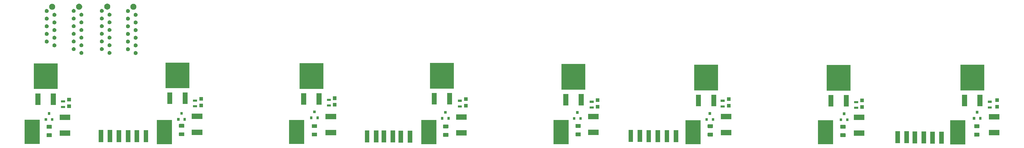
<source format=gts>
G04 #@! TF.GenerationSoftware,KiCad,Pcbnew,5.1.5-52549c5~84~ubuntu18.04.1*
G04 #@! TF.CreationDate,2020-02-28T01:04:36-05:00*
G04 #@! TF.ProjectId,DA_Board_2,44415f42-6f61-4726-945f-322e6b696361,rev?*
G04 #@! TF.SameCoordinates,Original*
G04 #@! TF.FileFunction,Soldermask,Top*
G04 #@! TF.FilePolarity,Negative*
%FSLAX46Y46*%
G04 Gerber Fmt 4.6, Leading zero omitted, Abs format (unit mm)*
G04 Created by KiCad (PCBNEW 5.1.5-52549c5~84~ubuntu18.04.1) date 2020-02-28 01:04:36*
%MOMM*%
%LPD*%
G04 APERTURE LIST*
%ADD10C,0.100000*%
G04 APERTURE END LIST*
D10*
G36*
X293101400Y-140525000D02*
G01*
X288101400Y-140525000D01*
X288101400Y-132525000D01*
X293101400Y-132525000D01*
X293101400Y-140525000D01*
G37*
G36*
X249413400Y-140499600D02*
G01*
X244413400Y-140499600D01*
X244413400Y-132499600D01*
X249413400Y-132499600D01*
X249413400Y-140499600D01*
G37*
G36*
X205700000Y-140499600D02*
G01*
X200700000Y-140499600D01*
X200700000Y-132499600D01*
X205700000Y-132499600D01*
X205700000Y-140499600D01*
G37*
G36*
X118349400Y-140474200D02*
G01*
X113349400Y-140474200D01*
X113349400Y-132474200D01*
X118349400Y-132474200D01*
X118349400Y-140474200D01*
G37*
G36*
X162037400Y-140474200D02*
G01*
X157037400Y-140474200D01*
X157037400Y-132474200D01*
X162037400Y-132474200D01*
X162037400Y-140474200D01*
G37*
G36*
X30973400Y-140448800D02*
G01*
X25973400Y-140448800D01*
X25973400Y-132448800D01*
X30973400Y-132448800D01*
X30973400Y-140448800D01*
G37*
G36*
X74661400Y-140398000D02*
G01*
X69661400Y-140398000D01*
X69661400Y-132398000D01*
X74661400Y-132398000D01*
X74661400Y-140398000D01*
G37*
G36*
X-12714600Y-140372600D02*
G01*
X-17714600Y-140372600D01*
X-17714600Y-132372600D01*
X-12714600Y-132372600D01*
X-12714600Y-140372600D01*
G37*
G36*
X286018800Y-140303000D02*
G01*
X284518800Y-140303000D01*
X284518800Y-136303000D01*
X286018800Y-136303000D01*
X286018800Y-140303000D01*
G37*
G36*
X283018800Y-140303000D02*
G01*
X281518800Y-140303000D01*
X281518800Y-136303000D01*
X283018800Y-136303000D01*
X283018800Y-140303000D01*
G37*
G36*
X277175400Y-140226800D02*
G01*
X275675400Y-140226800D01*
X275675400Y-136226800D01*
X277175400Y-136226800D01*
X277175400Y-140226800D01*
G37*
G36*
X280175400Y-140226800D02*
G01*
X278675400Y-140226800D01*
X278675400Y-136226800D01*
X280175400Y-136226800D01*
X280175400Y-140226800D01*
G37*
G36*
X271488600Y-140150600D02*
G01*
X269988600Y-140150600D01*
X269988600Y-136150600D01*
X271488600Y-136150600D01*
X271488600Y-140150600D01*
G37*
G36*
X274488600Y-140150600D02*
G01*
X272988600Y-140150600D01*
X272988600Y-136150600D01*
X274488600Y-136150600D01*
X274488600Y-140150600D01*
G37*
G36*
X107366500Y-139960100D02*
G01*
X105866500Y-139960100D01*
X105866500Y-135960100D01*
X107366500Y-135960100D01*
X107366500Y-139960100D01*
G37*
G36*
X110366500Y-139960100D02*
G01*
X108866500Y-139960100D01*
X108866500Y-135960100D01*
X110366500Y-135960100D01*
X110366500Y-139960100D01*
G37*
G36*
X104753100Y-139909300D02*
G01*
X103253100Y-139909300D01*
X103253100Y-135909300D01*
X104753100Y-135909300D01*
X104753100Y-139909300D01*
G37*
G36*
X101753100Y-139909300D02*
G01*
X100253100Y-139909300D01*
X100253100Y-135909300D01*
X101753100Y-135909300D01*
X101753100Y-139909300D01*
G37*
G36*
X96214500Y-139883900D02*
G01*
X94714500Y-139883900D01*
X94714500Y-135883900D01*
X96214500Y-135883900D01*
X96214500Y-139883900D01*
G37*
G36*
X99214500Y-139883900D02*
G01*
X97714500Y-139883900D01*
X97714500Y-135883900D01*
X99214500Y-135883900D01*
X99214500Y-139883900D01*
G37*
G36*
X198263200Y-139833100D02*
G01*
X196763200Y-139833100D01*
X196763200Y-135833100D01*
X198263200Y-135833100D01*
X198263200Y-139833100D01*
G37*
G36*
X195263200Y-139833100D02*
G01*
X193763200Y-139833100D01*
X193763200Y-135833100D01*
X195263200Y-135833100D01*
X195263200Y-139833100D01*
G37*
G36*
X20154200Y-139820400D02*
G01*
X18654200Y-139820400D01*
X18654200Y-135820400D01*
X20154200Y-135820400D01*
X20154200Y-139820400D01*
G37*
G36*
X23154200Y-139820400D02*
G01*
X21654200Y-139820400D01*
X21654200Y-135820400D01*
X23154200Y-135820400D01*
X23154200Y-139820400D01*
G37*
G36*
X14234600Y-139795000D02*
G01*
X12734600Y-139795000D01*
X12734600Y-135795000D01*
X14234600Y-135795000D01*
X14234600Y-139795000D01*
G37*
G36*
X17234600Y-139795000D02*
G01*
X15734600Y-139795000D01*
X15734600Y-135795000D01*
X17234600Y-135795000D01*
X17234600Y-139795000D01*
G37*
G36*
X192261000Y-139782300D02*
G01*
X190761000Y-139782300D01*
X190761000Y-135782300D01*
X192261000Y-135782300D01*
X192261000Y-139782300D01*
G37*
G36*
X189261000Y-139782300D02*
G01*
X187761000Y-139782300D01*
X187761000Y-135782300D01*
X189261000Y-135782300D01*
X189261000Y-139782300D01*
G37*
G36*
X11265600Y-139769600D02*
G01*
X9765600Y-139769600D01*
X9765600Y-135769600D01*
X11265600Y-135769600D01*
X11265600Y-139769600D01*
G37*
G36*
X8265600Y-139769600D02*
G01*
X6765600Y-139769600D01*
X6765600Y-135769600D01*
X8265600Y-135769600D01*
X8265600Y-139769600D01*
G37*
G36*
X183325200Y-139706100D02*
G01*
X181825200Y-139706100D01*
X181825200Y-135706100D01*
X183325200Y-135706100D01*
X183325200Y-139706100D01*
G37*
G36*
X186325200Y-139706100D02*
G01*
X184825200Y-139706100D01*
X184825200Y-135706100D01*
X186325200Y-135706100D01*
X186325200Y-139706100D01*
G37*
G36*
X-8825976Y-136858955D02*
G01*
X-8793262Y-136868879D01*
X-8763115Y-136884993D01*
X-8736685Y-136906685D01*
X-8714993Y-136933115D01*
X-8698879Y-136963262D01*
X-8688955Y-136995976D01*
X-8685000Y-137036138D01*
X-8685000Y-137923862D01*
X-8688955Y-137964024D01*
X-8698879Y-137996738D01*
X-8714993Y-138026885D01*
X-8736685Y-138053315D01*
X-8763115Y-138075007D01*
X-8793262Y-138091121D01*
X-8825976Y-138101045D01*
X-8866138Y-138105000D01*
X-10253862Y-138105000D01*
X-10294024Y-138101045D01*
X-10326738Y-138091121D01*
X-10356885Y-138075007D01*
X-10383315Y-138053315D01*
X-10405007Y-138026885D01*
X-10421121Y-137996738D01*
X-10431045Y-137964024D01*
X-10435000Y-137923862D01*
X-10435000Y-137036138D01*
X-10431045Y-136995976D01*
X-10421121Y-136963262D01*
X-10405007Y-136933115D01*
X-10383315Y-136906685D01*
X-10356885Y-136884993D01*
X-10326738Y-136868879D01*
X-10294024Y-136858955D01*
X-10253862Y-136855000D01*
X-8866138Y-136855000D01*
X-8825976Y-136858955D01*
G37*
G36*
X253404024Y-136848955D02*
G01*
X253436738Y-136858879D01*
X253466885Y-136874993D01*
X253493315Y-136896685D01*
X253515007Y-136923115D01*
X253531121Y-136953262D01*
X253541045Y-136985976D01*
X253545000Y-137026138D01*
X253545000Y-137913862D01*
X253541045Y-137954024D01*
X253531121Y-137986738D01*
X253515007Y-138016885D01*
X253493315Y-138043315D01*
X253466885Y-138065007D01*
X253436738Y-138081121D01*
X253404024Y-138091045D01*
X253363862Y-138095000D01*
X251976138Y-138095000D01*
X251935976Y-138091045D01*
X251903262Y-138081121D01*
X251873115Y-138065007D01*
X251846685Y-138043315D01*
X251824993Y-138016885D01*
X251808879Y-137986738D01*
X251798955Y-137954024D01*
X251795000Y-137913862D01*
X251795000Y-137026138D01*
X251798955Y-136985976D01*
X251808879Y-136953262D01*
X251824993Y-136923115D01*
X251846685Y-136896685D01*
X251873115Y-136874993D01*
X251903262Y-136858879D01*
X251935976Y-136848955D01*
X251976138Y-136845000D01*
X253363862Y-136845000D01*
X253404024Y-136848955D01*
G37*
G36*
X122184024Y-136748955D02*
G01*
X122216738Y-136758879D01*
X122246885Y-136774993D01*
X122273315Y-136796685D01*
X122295007Y-136823115D01*
X122311121Y-136853262D01*
X122321045Y-136885976D01*
X122325000Y-136926138D01*
X122325000Y-137813862D01*
X122321045Y-137854024D01*
X122311121Y-137886738D01*
X122295007Y-137916885D01*
X122273315Y-137943315D01*
X122246885Y-137965007D01*
X122216738Y-137981121D01*
X122184024Y-137991045D01*
X122143862Y-137995000D01*
X120756138Y-137995000D01*
X120715976Y-137991045D01*
X120683262Y-137981121D01*
X120653115Y-137965007D01*
X120626685Y-137943315D01*
X120604993Y-137916885D01*
X120588879Y-137886738D01*
X120578955Y-137854024D01*
X120575000Y-137813862D01*
X120575000Y-136926138D01*
X120578955Y-136885976D01*
X120588879Y-136853262D01*
X120604993Y-136823115D01*
X120626685Y-136796685D01*
X120653115Y-136774993D01*
X120683262Y-136758879D01*
X120715976Y-136748955D01*
X120756138Y-136745000D01*
X122143862Y-136745000D01*
X122184024Y-136748955D01*
G37*
G36*
X297654024Y-136668955D02*
G01*
X297686738Y-136678879D01*
X297716885Y-136694993D01*
X297743315Y-136716685D01*
X297765007Y-136743115D01*
X297781121Y-136773262D01*
X297791045Y-136805976D01*
X297795000Y-136846138D01*
X297795000Y-137733862D01*
X297791045Y-137774024D01*
X297781121Y-137806738D01*
X297765007Y-137836885D01*
X297743315Y-137863315D01*
X297716885Y-137885007D01*
X297686738Y-137901121D01*
X297654024Y-137911045D01*
X297613862Y-137915000D01*
X296226138Y-137915000D01*
X296185976Y-137911045D01*
X296153262Y-137901121D01*
X296123115Y-137885007D01*
X296096685Y-137863315D01*
X296074993Y-137836885D01*
X296058879Y-137806738D01*
X296048955Y-137774024D01*
X296045000Y-137733862D01*
X296045000Y-136846138D01*
X296048955Y-136805976D01*
X296058879Y-136773262D01*
X296074993Y-136743115D01*
X296096685Y-136716685D01*
X296123115Y-136694993D01*
X296153262Y-136678879D01*
X296185976Y-136668955D01*
X296226138Y-136665000D01*
X297613862Y-136665000D01*
X297654024Y-136668955D01*
G37*
G36*
X209594024Y-136658955D02*
G01*
X209626738Y-136668879D01*
X209656885Y-136684993D01*
X209683315Y-136706685D01*
X209705007Y-136733115D01*
X209721121Y-136763262D01*
X209731045Y-136795976D01*
X209735000Y-136836138D01*
X209735000Y-137723862D01*
X209731045Y-137764024D01*
X209721121Y-137796738D01*
X209705007Y-137826885D01*
X209683315Y-137853315D01*
X209656885Y-137875007D01*
X209626738Y-137891121D01*
X209594024Y-137901045D01*
X209553862Y-137905000D01*
X208166138Y-137905000D01*
X208125976Y-137901045D01*
X208093262Y-137891121D01*
X208063115Y-137875007D01*
X208036685Y-137853315D01*
X208014993Y-137826885D01*
X207998879Y-137796738D01*
X207988955Y-137764024D01*
X207985000Y-137723862D01*
X207985000Y-136836138D01*
X207988955Y-136795976D01*
X207998879Y-136763262D01*
X208014993Y-136733115D01*
X208036685Y-136706685D01*
X208063115Y-136684993D01*
X208093262Y-136668879D01*
X208125976Y-136658955D01*
X208166138Y-136655000D01*
X209553862Y-136655000D01*
X209594024Y-136658955D01*
G37*
G36*
X78804024Y-136638955D02*
G01*
X78836738Y-136648879D01*
X78866885Y-136664993D01*
X78893315Y-136686685D01*
X78915007Y-136713115D01*
X78931121Y-136743262D01*
X78941045Y-136775976D01*
X78945000Y-136816138D01*
X78945000Y-137703862D01*
X78941045Y-137744024D01*
X78931121Y-137776738D01*
X78915007Y-137806885D01*
X78893315Y-137833315D01*
X78866885Y-137855007D01*
X78836738Y-137871121D01*
X78804024Y-137881045D01*
X78763862Y-137885000D01*
X77376138Y-137885000D01*
X77335976Y-137881045D01*
X77303262Y-137871121D01*
X77273115Y-137855007D01*
X77246685Y-137833315D01*
X77224993Y-137806885D01*
X77208879Y-137776738D01*
X77198955Y-137744024D01*
X77195000Y-137703862D01*
X77195000Y-136816138D01*
X77198955Y-136775976D01*
X77208879Y-136743262D01*
X77224993Y-136713115D01*
X77246685Y-136686685D01*
X77273115Y-136664993D01*
X77303262Y-136648879D01*
X77335976Y-136638955D01*
X77376138Y-136635000D01*
X78763862Y-136635000D01*
X78804024Y-136638955D01*
G37*
G36*
X165934024Y-136578955D02*
G01*
X165966738Y-136588879D01*
X165996885Y-136604993D01*
X166023315Y-136626685D01*
X166045007Y-136653115D01*
X166061121Y-136683262D01*
X166071045Y-136715976D01*
X166075000Y-136756138D01*
X166075000Y-137643862D01*
X166071045Y-137684024D01*
X166061121Y-137716738D01*
X166045007Y-137746885D01*
X166023315Y-137773315D01*
X165996885Y-137795007D01*
X165966738Y-137811121D01*
X165934024Y-137821045D01*
X165893862Y-137825000D01*
X164506138Y-137825000D01*
X164465976Y-137821045D01*
X164433262Y-137811121D01*
X164403115Y-137795007D01*
X164376685Y-137773315D01*
X164354993Y-137746885D01*
X164338879Y-137716738D01*
X164328955Y-137684024D01*
X164325000Y-137643862D01*
X164325000Y-136756138D01*
X164328955Y-136715976D01*
X164338879Y-136683262D01*
X164354993Y-136653115D01*
X164376685Y-136626685D01*
X164403115Y-136604993D01*
X164433262Y-136588879D01*
X164465976Y-136578955D01*
X164506138Y-136575000D01*
X165893862Y-136575000D01*
X165934024Y-136578955D01*
G37*
G36*
X34904024Y-136548955D02*
G01*
X34936738Y-136558879D01*
X34966885Y-136574993D01*
X34993315Y-136596685D01*
X35015007Y-136623115D01*
X35031121Y-136653262D01*
X35041045Y-136685976D01*
X35045000Y-136726138D01*
X35045000Y-137613862D01*
X35041045Y-137654024D01*
X35031121Y-137686738D01*
X35015007Y-137716885D01*
X34993315Y-137743315D01*
X34966885Y-137765007D01*
X34936738Y-137781121D01*
X34904024Y-137791045D01*
X34863862Y-137795000D01*
X33476138Y-137795000D01*
X33435976Y-137791045D01*
X33403262Y-137781121D01*
X33373115Y-137765007D01*
X33346685Y-137743315D01*
X33324993Y-137716885D01*
X33308879Y-137686738D01*
X33298955Y-137654024D01*
X33295000Y-137613862D01*
X33295000Y-136726138D01*
X33298955Y-136685976D01*
X33308879Y-136653262D01*
X33324993Y-136623115D01*
X33346685Y-136596685D01*
X33373115Y-136574993D01*
X33403262Y-136558879D01*
X33435976Y-136548955D01*
X33476138Y-136545000D01*
X34863862Y-136545000D01*
X34904024Y-136548955D01*
G37*
G36*
X-2593400Y-137700000D02*
G01*
X-6093400Y-137700000D01*
X-6093400Y-135920000D01*
X-2593400Y-135920000D01*
X-2593400Y-137700000D01*
G37*
G36*
X259790000Y-137690000D02*
G01*
X256290000Y-137690000D01*
X256290000Y-135910000D01*
X259790000Y-135910000D01*
X259790000Y-137690000D01*
G37*
G36*
X128394400Y-137590000D02*
G01*
X124894400Y-137590000D01*
X124894400Y-135810000D01*
X128394400Y-135810000D01*
X128394400Y-137590000D01*
G37*
G36*
X304391000Y-137510000D02*
G01*
X300891000Y-137510000D01*
X300891000Y-135730000D01*
X304391000Y-135730000D01*
X304391000Y-137510000D01*
G37*
G36*
X215846600Y-137500000D02*
G01*
X212346600Y-137500000D01*
X212346600Y-135720000D01*
X215846600Y-135720000D01*
X215846600Y-137500000D01*
G37*
G36*
X85239800Y-137480000D02*
G01*
X81739800Y-137480000D01*
X81739800Y-135700000D01*
X85239800Y-135700000D01*
X85239800Y-137480000D01*
G37*
G36*
X171955400Y-137420000D02*
G01*
X168455400Y-137420000D01*
X168455400Y-135640000D01*
X171955400Y-135640000D01*
X171955400Y-137420000D01*
G37*
G36*
X41043800Y-137390000D02*
G01*
X37543800Y-137390000D01*
X37543800Y-135610000D01*
X41043800Y-135610000D01*
X41043800Y-137390000D01*
G37*
G36*
X-8825976Y-134058955D02*
G01*
X-8793262Y-134068879D01*
X-8763115Y-134084993D01*
X-8736685Y-134106685D01*
X-8714993Y-134133115D01*
X-8698879Y-134163262D01*
X-8688955Y-134195976D01*
X-8685000Y-134236138D01*
X-8685000Y-135123862D01*
X-8688955Y-135164024D01*
X-8698879Y-135196738D01*
X-8714993Y-135226885D01*
X-8736685Y-135253315D01*
X-8763115Y-135275007D01*
X-8793262Y-135291121D01*
X-8825976Y-135301045D01*
X-8866138Y-135305000D01*
X-10253862Y-135305000D01*
X-10294024Y-135301045D01*
X-10326738Y-135291121D01*
X-10356885Y-135275007D01*
X-10383315Y-135253315D01*
X-10405007Y-135226885D01*
X-10421121Y-135196738D01*
X-10431045Y-135164024D01*
X-10435000Y-135123862D01*
X-10435000Y-134236138D01*
X-10431045Y-134195976D01*
X-10421121Y-134163262D01*
X-10405007Y-134133115D01*
X-10383315Y-134106685D01*
X-10356885Y-134084993D01*
X-10326738Y-134068879D01*
X-10294024Y-134058955D01*
X-10253862Y-134055000D01*
X-8866138Y-134055000D01*
X-8825976Y-134058955D01*
G37*
G36*
X253404024Y-134048955D02*
G01*
X253436738Y-134058879D01*
X253466885Y-134074993D01*
X253493315Y-134096685D01*
X253515007Y-134123115D01*
X253531121Y-134153262D01*
X253541045Y-134185976D01*
X253545000Y-134226138D01*
X253545000Y-135113862D01*
X253541045Y-135154024D01*
X253531121Y-135186738D01*
X253515007Y-135216885D01*
X253493315Y-135243315D01*
X253466885Y-135265007D01*
X253436738Y-135281121D01*
X253404024Y-135291045D01*
X253363862Y-135295000D01*
X251976138Y-135295000D01*
X251935976Y-135291045D01*
X251903262Y-135281121D01*
X251873115Y-135265007D01*
X251846685Y-135243315D01*
X251824993Y-135216885D01*
X251808879Y-135186738D01*
X251798955Y-135154024D01*
X251795000Y-135113862D01*
X251795000Y-134226138D01*
X251798955Y-134185976D01*
X251808879Y-134153262D01*
X251824993Y-134123115D01*
X251846685Y-134096685D01*
X251873115Y-134074993D01*
X251903262Y-134058879D01*
X251935976Y-134048955D01*
X251976138Y-134045000D01*
X253363862Y-134045000D01*
X253404024Y-134048955D01*
G37*
G36*
X122184024Y-133948955D02*
G01*
X122216738Y-133958879D01*
X122246885Y-133974993D01*
X122273315Y-133996685D01*
X122295007Y-134023115D01*
X122311121Y-134053262D01*
X122321045Y-134085976D01*
X122325000Y-134126138D01*
X122325000Y-135013862D01*
X122321045Y-135054024D01*
X122311121Y-135086738D01*
X122295007Y-135116885D01*
X122273315Y-135143315D01*
X122246885Y-135165007D01*
X122216738Y-135181121D01*
X122184024Y-135191045D01*
X122143862Y-135195000D01*
X120756138Y-135195000D01*
X120715976Y-135191045D01*
X120683262Y-135181121D01*
X120653115Y-135165007D01*
X120626685Y-135143315D01*
X120604993Y-135116885D01*
X120588879Y-135086738D01*
X120578955Y-135054024D01*
X120575000Y-135013862D01*
X120575000Y-134126138D01*
X120578955Y-134085976D01*
X120588879Y-134053262D01*
X120604993Y-134023115D01*
X120626685Y-133996685D01*
X120653115Y-133974993D01*
X120683262Y-133958879D01*
X120715976Y-133948955D01*
X120756138Y-133945000D01*
X122143862Y-133945000D01*
X122184024Y-133948955D01*
G37*
G36*
X297654024Y-133868955D02*
G01*
X297686738Y-133878879D01*
X297716885Y-133894993D01*
X297743315Y-133916685D01*
X297765007Y-133943115D01*
X297781121Y-133973262D01*
X297791045Y-134005976D01*
X297795000Y-134046138D01*
X297795000Y-134933862D01*
X297791045Y-134974024D01*
X297781121Y-135006738D01*
X297765007Y-135036885D01*
X297743315Y-135063315D01*
X297716885Y-135085007D01*
X297686738Y-135101121D01*
X297654024Y-135111045D01*
X297613862Y-135115000D01*
X296226138Y-135115000D01*
X296185976Y-135111045D01*
X296153262Y-135101121D01*
X296123115Y-135085007D01*
X296096685Y-135063315D01*
X296074993Y-135036885D01*
X296058879Y-135006738D01*
X296048955Y-134974024D01*
X296045000Y-134933862D01*
X296045000Y-134046138D01*
X296048955Y-134005976D01*
X296058879Y-133973262D01*
X296074993Y-133943115D01*
X296096685Y-133916685D01*
X296123115Y-133894993D01*
X296153262Y-133878879D01*
X296185976Y-133868955D01*
X296226138Y-133865000D01*
X297613862Y-133865000D01*
X297654024Y-133868955D01*
G37*
G36*
X209594024Y-133858955D02*
G01*
X209626738Y-133868879D01*
X209656885Y-133884993D01*
X209683315Y-133906685D01*
X209705007Y-133933115D01*
X209721121Y-133963262D01*
X209731045Y-133995976D01*
X209735000Y-134036138D01*
X209735000Y-134923862D01*
X209731045Y-134964024D01*
X209721121Y-134996738D01*
X209705007Y-135026885D01*
X209683315Y-135053315D01*
X209656885Y-135075007D01*
X209626738Y-135091121D01*
X209594024Y-135101045D01*
X209553862Y-135105000D01*
X208166138Y-135105000D01*
X208125976Y-135101045D01*
X208093262Y-135091121D01*
X208063115Y-135075007D01*
X208036685Y-135053315D01*
X208014993Y-135026885D01*
X207998879Y-134996738D01*
X207988955Y-134964024D01*
X207985000Y-134923862D01*
X207985000Y-134036138D01*
X207988955Y-133995976D01*
X207998879Y-133963262D01*
X208014993Y-133933115D01*
X208036685Y-133906685D01*
X208063115Y-133884993D01*
X208093262Y-133868879D01*
X208125976Y-133858955D01*
X208166138Y-133855000D01*
X209553862Y-133855000D01*
X209594024Y-133858955D01*
G37*
G36*
X78804024Y-133838955D02*
G01*
X78836738Y-133848879D01*
X78866885Y-133864993D01*
X78893315Y-133886685D01*
X78915007Y-133913115D01*
X78931121Y-133943262D01*
X78941045Y-133975976D01*
X78945000Y-134016138D01*
X78945000Y-134903862D01*
X78941045Y-134944024D01*
X78931121Y-134976738D01*
X78915007Y-135006885D01*
X78893315Y-135033315D01*
X78866885Y-135055007D01*
X78836738Y-135071121D01*
X78804024Y-135081045D01*
X78763862Y-135085000D01*
X77376138Y-135085000D01*
X77335976Y-135081045D01*
X77303262Y-135071121D01*
X77273115Y-135055007D01*
X77246685Y-135033315D01*
X77224993Y-135006885D01*
X77208879Y-134976738D01*
X77198955Y-134944024D01*
X77195000Y-134903862D01*
X77195000Y-134016138D01*
X77198955Y-133975976D01*
X77208879Y-133943262D01*
X77224993Y-133913115D01*
X77246685Y-133886685D01*
X77273115Y-133864993D01*
X77303262Y-133848879D01*
X77335976Y-133838955D01*
X77376138Y-133835000D01*
X78763862Y-133835000D01*
X78804024Y-133838955D01*
G37*
G36*
X165934024Y-133778955D02*
G01*
X165966738Y-133788879D01*
X165996885Y-133804993D01*
X166023315Y-133826685D01*
X166045007Y-133853115D01*
X166061121Y-133883262D01*
X166071045Y-133915976D01*
X166075000Y-133956138D01*
X166075000Y-134843862D01*
X166071045Y-134884024D01*
X166061121Y-134916738D01*
X166045007Y-134946885D01*
X166023315Y-134973315D01*
X165996885Y-134995007D01*
X165966738Y-135011121D01*
X165934024Y-135021045D01*
X165893862Y-135025000D01*
X164506138Y-135025000D01*
X164465976Y-135021045D01*
X164433262Y-135011121D01*
X164403115Y-134995007D01*
X164376685Y-134973315D01*
X164354993Y-134946885D01*
X164338879Y-134916738D01*
X164328955Y-134884024D01*
X164325000Y-134843862D01*
X164325000Y-133956138D01*
X164328955Y-133915976D01*
X164338879Y-133883262D01*
X164354993Y-133853115D01*
X164376685Y-133826685D01*
X164403115Y-133804993D01*
X164433262Y-133788879D01*
X164465976Y-133778955D01*
X164506138Y-133775000D01*
X165893862Y-133775000D01*
X165934024Y-133778955D01*
G37*
G36*
X34904024Y-133748955D02*
G01*
X34936738Y-133758879D01*
X34966885Y-133774993D01*
X34993315Y-133796685D01*
X35015007Y-133823115D01*
X35031121Y-133853262D01*
X35041045Y-133885976D01*
X35045000Y-133926138D01*
X35045000Y-134813862D01*
X35041045Y-134854024D01*
X35031121Y-134886738D01*
X35015007Y-134916885D01*
X34993315Y-134943315D01*
X34966885Y-134965007D01*
X34936738Y-134981121D01*
X34904024Y-134991045D01*
X34863862Y-134995000D01*
X33476138Y-134995000D01*
X33435976Y-134991045D01*
X33403262Y-134981121D01*
X33373115Y-134965007D01*
X33346685Y-134943315D01*
X33324993Y-134916885D01*
X33308879Y-134886738D01*
X33298955Y-134854024D01*
X33295000Y-134813862D01*
X33295000Y-133926138D01*
X33298955Y-133885976D01*
X33308879Y-133853262D01*
X33324993Y-133823115D01*
X33346685Y-133796685D01*
X33373115Y-133774993D01*
X33403262Y-133758879D01*
X33435976Y-133748955D01*
X33476138Y-133745000D01*
X34863862Y-133745000D01*
X34904024Y-133748955D01*
G37*
G36*
X254530000Y-132800000D02*
G01*
X253730000Y-132800000D01*
X253730000Y-131900000D01*
X254530000Y-131900000D01*
X254530000Y-132800000D01*
G37*
G36*
X252430000Y-132800000D02*
G01*
X251630000Y-132800000D01*
X251630000Y-131900000D01*
X252430000Y-131900000D01*
X252430000Y-132800000D01*
G37*
G36*
X-8180000Y-132710000D02*
G01*
X-8980000Y-132710000D01*
X-8980000Y-131810000D01*
X-8180000Y-131810000D01*
X-8180000Y-132710000D01*
G37*
G36*
X-10280000Y-132710000D02*
G01*
X-11080000Y-132710000D01*
X-11080000Y-131810000D01*
X-10280000Y-131810000D01*
X-10280000Y-132710000D01*
G37*
G36*
X208060000Y-132700000D02*
G01*
X207260000Y-132700000D01*
X207260000Y-131800000D01*
X208060000Y-131800000D01*
X208060000Y-132700000D01*
G37*
G36*
X210160000Y-132700000D02*
G01*
X209360000Y-132700000D01*
X209360000Y-131800000D01*
X210160000Y-131800000D01*
X210160000Y-132700000D01*
G37*
G36*
X35600000Y-132680000D02*
G01*
X34800000Y-132680000D01*
X34800000Y-131780000D01*
X35600000Y-131780000D01*
X35600000Y-132680000D01*
G37*
G36*
X33500000Y-132680000D02*
G01*
X32700000Y-132680000D01*
X32700000Y-131780000D01*
X33500000Y-131780000D01*
X33500000Y-132680000D01*
G37*
G36*
X-2593400Y-132420000D02*
G01*
X-6093400Y-132420000D01*
X-6093400Y-130640000D01*
X-2593400Y-130640000D01*
X-2593400Y-132420000D01*
G37*
G36*
X259790000Y-132410000D02*
G01*
X256290000Y-132410000D01*
X256290000Y-130630000D01*
X259790000Y-130630000D01*
X259790000Y-132410000D01*
G37*
G36*
X164290000Y-132380000D02*
G01*
X163490000Y-132380000D01*
X163490000Y-131480000D01*
X164290000Y-131480000D01*
X164290000Y-132380000D01*
G37*
G36*
X166390000Y-132380000D02*
G01*
X165590000Y-132380000D01*
X165590000Y-131480000D01*
X166390000Y-131480000D01*
X166390000Y-132380000D01*
G37*
G36*
X122780000Y-132340000D02*
G01*
X121980000Y-132340000D01*
X121980000Y-131440000D01*
X122780000Y-131440000D01*
X122780000Y-132340000D01*
G37*
G36*
X120680000Y-132340000D02*
G01*
X119880000Y-132340000D01*
X119880000Y-131440000D01*
X120680000Y-131440000D01*
X120680000Y-132340000D01*
G37*
G36*
X128394400Y-132310000D02*
G01*
X124894400Y-132310000D01*
X124894400Y-130530000D01*
X128394400Y-130530000D01*
X128394400Y-132310000D01*
G37*
G36*
X298480000Y-132310000D02*
G01*
X297680000Y-132310000D01*
X297680000Y-131410000D01*
X298480000Y-131410000D01*
X298480000Y-132310000D01*
G37*
G36*
X296380000Y-132310000D02*
G01*
X295580000Y-132310000D01*
X295580000Y-131410000D01*
X296380000Y-131410000D01*
X296380000Y-132310000D01*
G37*
G36*
X304391000Y-132230000D02*
G01*
X300891000Y-132230000D01*
X300891000Y-130450000D01*
X304391000Y-130450000D01*
X304391000Y-132230000D01*
G37*
G36*
X215846600Y-132220000D02*
G01*
X212346600Y-132220000D01*
X212346600Y-130440000D01*
X215846600Y-130440000D01*
X215846600Y-132220000D01*
G37*
G36*
X85239800Y-132200000D02*
G01*
X81739800Y-132200000D01*
X81739800Y-130420000D01*
X85239800Y-130420000D01*
X85239800Y-132200000D01*
G37*
G36*
X77410000Y-132180000D02*
G01*
X76610000Y-132180000D01*
X76610000Y-131280000D01*
X77410000Y-131280000D01*
X77410000Y-132180000D01*
G37*
G36*
X79510000Y-132180000D02*
G01*
X78710000Y-132180000D01*
X78710000Y-131280000D01*
X79510000Y-131280000D01*
X79510000Y-132180000D01*
G37*
G36*
X171955400Y-132140000D02*
G01*
X168455400Y-132140000D01*
X168455400Y-130360000D01*
X171955400Y-130360000D01*
X171955400Y-132140000D01*
G37*
G36*
X41043800Y-132110000D02*
G01*
X37543800Y-132110000D01*
X37543800Y-130330000D01*
X41043800Y-130330000D01*
X41043800Y-132110000D01*
G37*
G36*
X253480000Y-130800000D02*
G01*
X252680000Y-130800000D01*
X252680000Y-129900000D01*
X253480000Y-129900000D01*
X253480000Y-130800000D01*
G37*
G36*
X-9230000Y-130710000D02*
G01*
X-10030000Y-130710000D01*
X-10030000Y-129810000D01*
X-9230000Y-129810000D01*
X-9230000Y-130710000D01*
G37*
G36*
X209110000Y-130700000D02*
G01*
X208310000Y-130700000D01*
X208310000Y-129800000D01*
X209110000Y-129800000D01*
X209110000Y-130700000D01*
G37*
G36*
X34550000Y-130680000D02*
G01*
X33750000Y-130680000D01*
X33750000Y-129780000D01*
X34550000Y-129780000D01*
X34550000Y-130680000D01*
G37*
G36*
X165340000Y-130380000D02*
G01*
X164540000Y-130380000D01*
X164540000Y-129480000D01*
X165340000Y-129480000D01*
X165340000Y-130380000D01*
G37*
G36*
X121730000Y-130340000D02*
G01*
X120930000Y-130340000D01*
X120930000Y-129440000D01*
X121730000Y-129440000D01*
X121730000Y-130340000D01*
G37*
G36*
X297430000Y-130310000D02*
G01*
X296630000Y-130310000D01*
X296630000Y-129410000D01*
X297430000Y-129410000D01*
X297430000Y-130310000D01*
G37*
G36*
X78460000Y-130180000D02*
G01*
X77660000Y-130180000D01*
X77660000Y-129280000D01*
X78460000Y-129280000D01*
X78460000Y-130180000D01*
G37*
G36*
X259629200Y-128743000D02*
G01*
X258429200Y-128743000D01*
X258429200Y-127543000D01*
X259629200Y-127543000D01*
X259629200Y-128743000D01*
G37*
G36*
X257698000Y-128731800D02*
G01*
X256398000Y-128731800D01*
X256398000Y-128031800D01*
X257698000Y-128031800D01*
X257698000Y-128731800D01*
G37*
G36*
X301843200Y-128630200D02*
G01*
X300543200Y-128630200D01*
X300543200Y-127930200D01*
X301843200Y-127930200D01*
X301843200Y-128630200D01*
G37*
G36*
X170322000Y-128630200D02*
G01*
X169022000Y-128630200D01*
X169022000Y-127930200D01*
X170322000Y-127930200D01*
X170322000Y-128630200D01*
G37*
G36*
X172227800Y-128623800D02*
G01*
X171027800Y-128623800D01*
X171027800Y-127423800D01*
X172227800Y-127423800D01*
X172227800Y-128623800D01*
G37*
G36*
X304231600Y-128598400D02*
G01*
X303031600Y-128598400D01*
X303031600Y-127398400D01*
X304231600Y-127398400D01*
X304231600Y-128598400D01*
G37*
G36*
X-2397200Y-128489000D02*
G01*
X-3597200Y-128489000D01*
X-3597200Y-127289000D01*
X-2397200Y-127289000D01*
X-2397200Y-128489000D01*
G37*
G36*
X-4353800Y-128477800D02*
G01*
X-5653800Y-128477800D01*
X-5653800Y-127777800D01*
X-4353800Y-127777800D01*
X-4353800Y-128477800D01*
G37*
G36*
X215560200Y-128319000D02*
G01*
X214360200Y-128319000D01*
X214360200Y-127119000D01*
X215560200Y-127119000D01*
X215560200Y-128319000D01*
G37*
G36*
X213603600Y-128300000D02*
G01*
X212303600Y-128300000D01*
X212303600Y-127600000D01*
X213603600Y-127600000D01*
X213603600Y-128300000D01*
G37*
G36*
X128717600Y-128293600D02*
G01*
X127517600Y-128293600D01*
X127517600Y-127093600D01*
X128717600Y-127093600D01*
X128717600Y-128293600D01*
G37*
G36*
X126786400Y-128284800D02*
G01*
X125486400Y-128284800D01*
X125486400Y-127584800D01*
X126786400Y-127584800D01*
X126786400Y-128284800D01*
G37*
G36*
X39258000Y-128223800D02*
G01*
X37958000Y-128223800D01*
X37958000Y-127523800D01*
X39258000Y-127523800D01*
X39258000Y-128223800D01*
G37*
G36*
X41214600Y-128217400D02*
G01*
X40014600Y-128217400D01*
X40014600Y-127017400D01*
X41214600Y-127017400D01*
X41214600Y-128217400D01*
G37*
G36*
X85385200Y-127988800D02*
G01*
X84185200Y-127988800D01*
X84185200Y-126788800D01*
X85385200Y-126788800D01*
X85385200Y-127988800D01*
G37*
G36*
X83504800Y-127980000D02*
G01*
X82204800Y-127980000D01*
X82204800Y-127280000D01*
X83504800Y-127280000D01*
X83504800Y-127980000D01*
G37*
G36*
X254621800Y-127970200D02*
G01*
X252971800Y-127970200D01*
X252971800Y-124160200D01*
X254621800Y-124160200D01*
X254621800Y-127970200D01*
G37*
G36*
X249541800Y-127970200D02*
G01*
X247891800Y-127970200D01*
X247891800Y-124160200D01*
X249541800Y-124160200D01*
X249541800Y-127970200D01*
G37*
G36*
X298779700Y-127855900D02*
G01*
X297129700Y-127855900D01*
X297129700Y-124045900D01*
X298779700Y-124045900D01*
X298779700Y-127855900D01*
G37*
G36*
X293699700Y-127855900D02*
G01*
X292049700Y-127855900D01*
X292049700Y-124045900D01*
X293699700Y-124045900D01*
X293699700Y-127855900D01*
G37*
G36*
X210857600Y-127850900D02*
G01*
X209207600Y-127850900D01*
X209207600Y-124040900D01*
X210857600Y-124040900D01*
X210857600Y-127850900D01*
G37*
G36*
X205777600Y-127850900D02*
G01*
X204127600Y-127850900D01*
X204127600Y-124040900D01*
X205777600Y-124040900D01*
X205777600Y-127850900D01*
G37*
G36*
X167017200Y-127601900D02*
G01*
X165367200Y-127601900D01*
X165367200Y-123791900D01*
X167017200Y-123791900D01*
X167017200Y-127601900D01*
G37*
G36*
X161937200Y-127601900D02*
G01*
X160287200Y-127601900D01*
X160287200Y-123791900D01*
X161937200Y-123791900D01*
X161937200Y-127601900D01*
G37*
G36*
X-12446500Y-127398700D02*
G01*
X-14096500Y-127398700D01*
X-14096500Y-123588700D01*
X-12446500Y-123588700D01*
X-12446500Y-127398700D01*
G37*
G36*
X-7366500Y-127398700D02*
G01*
X-9016500Y-127398700D01*
X-9016500Y-123588700D01*
X-7366500Y-123588700D01*
X-7366500Y-127398700D01*
G37*
G36*
X80428600Y-127373300D02*
G01*
X78778600Y-127373300D01*
X78778600Y-123563300D01*
X80428600Y-123563300D01*
X80428600Y-127373300D01*
G37*
G36*
X75348600Y-127373300D02*
G01*
X73698600Y-127373300D01*
X73698600Y-123563300D01*
X75348600Y-123563300D01*
X75348600Y-127373300D01*
G37*
G36*
X123570500Y-127284400D02*
G01*
X121920500Y-127284400D01*
X121920500Y-123474400D01*
X123570500Y-123474400D01*
X123570500Y-127284400D01*
G37*
G36*
X118490500Y-127284400D02*
G01*
X116840500Y-127284400D01*
X116840500Y-123474400D01*
X118490500Y-123474400D01*
X118490500Y-127284400D01*
G37*
G36*
X31101800Y-127139700D02*
G01*
X29451800Y-127139700D01*
X29451800Y-123329700D01*
X31101800Y-123329700D01*
X31101800Y-127139700D01*
G37*
G36*
X36181800Y-127139700D02*
G01*
X34531800Y-127139700D01*
X34531800Y-123329700D01*
X36181800Y-123329700D01*
X36181800Y-127139700D01*
G37*
G36*
X257698000Y-126831800D02*
G01*
X256398000Y-126831800D01*
X256398000Y-126131800D01*
X257698000Y-126131800D01*
X257698000Y-126831800D01*
G37*
G36*
X301843200Y-126730200D02*
G01*
X300543200Y-126730200D01*
X300543200Y-126030200D01*
X301843200Y-126030200D01*
X301843200Y-126730200D01*
G37*
G36*
X170322000Y-126730200D02*
G01*
X169022000Y-126730200D01*
X169022000Y-126030200D01*
X170322000Y-126030200D01*
X170322000Y-126730200D01*
G37*
G36*
X-4353800Y-126577800D02*
G01*
X-5653800Y-126577800D01*
X-5653800Y-125877800D01*
X-4353800Y-125877800D01*
X-4353800Y-126577800D01*
G37*
G36*
X259629200Y-126543000D02*
G01*
X258429200Y-126543000D01*
X258429200Y-125343000D01*
X259629200Y-125343000D01*
X259629200Y-126543000D01*
G37*
G36*
X172227800Y-126423800D02*
G01*
X171027800Y-126423800D01*
X171027800Y-125223800D01*
X172227800Y-125223800D01*
X172227800Y-126423800D01*
G37*
G36*
X213603600Y-126400000D02*
G01*
X212303600Y-126400000D01*
X212303600Y-125700000D01*
X213603600Y-125700000D01*
X213603600Y-126400000D01*
G37*
G36*
X304231600Y-126398400D02*
G01*
X303031600Y-126398400D01*
X303031600Y-125198400D01*
X304231600Y-125198400D01*
X304231600Y-126398400D01*
G37*
G36*
X126786400Y-126384800D02*
G01*
X125486400Y-126384800D01*
X125486400Y-125684800D01*
X126786400Y-125684800D01*
X126786400Y-126384800D01*
G37*
G36*
X39258000Y-126323800D02*
G01*
X37958000Y-126323800D01*
X37958000Y-125623800D01*
X39258000Y-125623800D01*
X39258000Y-126323800D01*
G37*
G36*
X-2397200Y-126289000D02*
G01*
X-3597200Y-126289000D01*
X-3597200Y-125089000D01*
X-2397200Y-125089000D01*
X-2397200Y-126289000D01*
G37*
G36*
X215560200Y-126119000D02*
G01*
X214360200Y-126119000D01*
X214360200Y-124919000D01*
X215560200Y-124919000D01*
X215560200Y-126119000D01*
G37*
G36*
X128717600Y-126093600D02*
G01*
X127517600Y-126093600D01*
X127517600Y-124893600D01*
X128717600Y-124893600D01*
X128717600Y-126093600D01*
G37*
G36*
X83504800Y-126080000D02*
G01*
X82204800Y-126080000D01*
X82204800Y-125380000D01*
X83504800Y-125380000D01*
X83504800Y-126080000D01*
G37*
G36*
X41214600Y-126017400D02*
G01*
X40014600Y-126017400D01*
X40014600Y-124817400D01*
X41214600Y-124817400D01*
X41214600Y-126017400D01*
G37*
G36*
X85385200Y-125788800D02*
G01*
X84185200Y-125788800D01*
X84185200Y-124588800D01*
X85385200Y-124588800D01*
X85385200Y-125788800D01*
G37*
G36*
X255191800Y-122695200D02*
G01*
X247321800Y-122695200D01*
X247321800Y-114185200D01*
X255191800Y-114185200D01*
X255191800Y-122695200D01*
G37*
G36*
X299349700Y-122580900D02*
G01*
X291479700Y-122580900D01*
X291479700Y-114070900D01*
X299349700Y-114070900D01*
X299349700Y-122580900D01*
G37*
G36*
X211427600Y-122575900D02*
G01*
X203557600Y-122575900D01*
X203557600Y-114065900D01*
X211427600Y-114065900D01*
X211427600Y-122575900D01*
G37*
G36*
X167587200Y-122326900D02*
G01*
X159717200Y-122326900D01*
X159717200Y-113816900D01*
X167587200Y-113816900D01*
X167587200Y-122326900D01*
G37*
G36*
X-6796500Y-122123700D02*
G01*
X-14666500Y-122123700D01*
X-14666500Y-113613700D01*
X-6796500Y-113613700D01*
X-6796500Y-122123700D01*
G37*
G36*
X80998600Y-122098300D02*
G01*
X73128600Y-122098300D01*
X73128600Y-113588300D01*
X80998600Y-113588300D01*
X80998600Y-122098300D01*
G37*
G36*
X124140500Y-122009400D02*
G01*
X116270500Y-122009400D01*
X116270500Y-113499400D01*
X124140500Y-113499400D01*
X124140500Y-122009400D01*
G37*
G36*
X36751800Y-121864700D02*
G01*
X28881800Y-121864700D01*
X28881800Y-113354700D01*
X36751800Y-113354700D01*
X36751800Y-121864700D01*
G37*
G36*
X19134238Y-109539153D02*
G01*
X19176098Y-109547479D01*
X19202410Y-109558378D01*
X19294389Y-109596477D01*
X19294390Y-109596478D01*
X19400851Y-109667612D01*
X19491388Y-109758149D01*
X19528579Y-109813810D01*
X19562523Y-109864611D01*
X19611521Y-109982903D01*
X19636500Y-110108479D01*
X19636500Y-110236521D01*
X19611521Y-110362097D01*
X19562523Y-110480389D01*
X19562522Y-110480390D01*
X19491388Y-110586851D01*
X19400851Y-110677388D01*
X19370417Y-110697723D01*
X19294389Y-110748523D01*
X19225096Y-110777225D01*
X19176098Y-110797521D01*
X19134238Y-110805847D01*
X19050521Y-110822500D01*
X18922479Y-110822500D01*
X18838762Y-110805847D01*
X18796902Y-110797521D01*
X18747904Y-110777225D01*
X18678611Y-110748523D01*
X18602583Y-110697723D01*
X18572149Y-110677388D01*
X18481612Y-110586851D01*
X18410478Y-110480390D01*
X18410477Y-110480389D01*
X18361479Y-110362097D01*
X18336500Y-110236521D01*
X18336500Y-110108479D01*
X18361479Y-109982903D01*
X18410477Y-109864611D01*
X18444421Y-109813810D01*
X18481612Y-109758149D01*
X18572149Y-109667612D01*
X18678610Y-109596478D01*
X18678611Y-109596477D01*
X18770590Y-109558378D01*
X18796902Y-109547479D01*
X18838762Y-109539153D01*
X18922479Y-109522500D01*
X19050521Y-109522500D01*
X19134238Y-109539153D01*
G37*
G36*
X1214538Y-109501053D02*
G01*
X1256398Y-109509379D01*
X1288074Y-109522500D01*
X1374689Y-109558377D01*
X1374690Y-109558378D01*
X1481151Y-109629512D01*
X1571688Y-109720049D01*
X1597145Y-109758149D01*
X1642823Y-109826511D01*
X1691821Y-109944803D01*
X1716800Y-110070379D01*
X1716800Y-110198421D01*
X1691821Y-110323997D01*
X1642823Y-110442289D01*
X1642822Y-110442290D01*
X1571688Y-110548751D01*
X1481151Y-110639288D01*
X1410016Y-110686818D01*
X1374689Y-110710423D01*
X1305396Y-110739125D01*
X1256398Y-110759421D01*
X1214538Y-110767747D01*
X1130821Y-110784400D01*
X1002779Y-110784400D01*
X919062Y-110767747D01*
X877202Y-110759421D01*
X828204Y-110739125D01*
X758911Y-110710423D01*
X723584Y-110686818D01*
X652449Y-110639288D01*
X561912Y-110548751D01*
X490778Y-110442290D01*
X490777Y-110442289D01*
X441779Y-110323997D01*
X416800Y-110198421D01*
X416800Y-110070379D01*
X441779Y-109944803D01*
X490777Y-109826511D01*
X536455Y-109758149D01*
X561912Y-109720049D01*
X652449Y-109629512D01*
X758910Y-109558378D01*
X758911Y-109558377D01*
X845526Y-109522500D01*
X877202Y-109509379D01*
X919062Y-109501053D01*
X1002779Y-109484400D01*
X1130821Y-109484400D01*
X1214538Y-109501053D01*
G37*
G36*
X10478367Y-109484400D02*
G01*
X10540098Y-109496679D01*
X10589096Y-109516975D01*
X10658389Y-109545677D01*
X10668600Y-109552500D01*
X10764851Y-109616812D01*
X10855388Y-109707349D01*
X10902918Y-109778484D01*
X10926523Y-109813811D01*
X10975521Y-109932103D01*
X11000500Y-110057679D01*
X11000500Y-110185721D01*
X10975521Y-110311297D01*
X10926523Y-110429589D01*
X10926522Y-110429590D01*
X10855388Y-110536051D01*
X10764851Y-110626588D01*
X10693716Y-110674118D01*
X10658389Y-110697723D01*
X10627728Y-110710423D01*
X10540098Y-110746721D01*
X10498238Y-110755047D01*
X10414521Y-110771700D01*
X10286479Y-110771700D01*
X10202762Y-110755047D01*
X10160902Y-110746721D01*
X10073272Y-110710423D01*
X10042611Y-110697723D01*
X10007284Y-110674118D01*
X9936149Y-110626588D01*
X9845612Y-110536051D01*
X9774478Y-110429590D01*
X9774477Y-110429589D01*
X9725479Y-110311297D01*
X9700500Y-110185721D01*
X9700500Y-110057679D01*
X9725479Y-109932103D01*
X9774477Y-109813811D01*
X9798082Y-109778484D01*
X9845612Y-109707349D01*
X9936149Y-109616812D01*
X10032400Y-109552500D01*
X10042611Y-109545677D01*
X10111904Y-109516975D01*
X10160902Y-109496679D01*
X10222633Y-109484400D01*
X10286479Y-109471700D01*
X10414521Y-109471700D01*
X10478367Y-109484400D01*
G37*
G36*
X16594238Y-108269153D02*
G01*
X16636098Y-108277479D01*
X16662410Y-108288378D01*
X16754389Y-108326477D01*
X16754390Y-108326478D01*
X16860851Y-108397612D01*
X16951388Y-108488149D01*
X16988579Y-108543810D01*
X17022523Y-108594611D01*
X17071521Y-108712903D01*
X17096500Y-108838479D01*
X17096500Y-108966521D01*
X17071521Y-109092097D01*
X17022523Y-109210389D01*
X17022522Y-109210390D01*
X16951388Y-109316851D01*
X16860851Y-109407388D01*
X16830417Y-109427723D01*
X16754389Y-109478523D01*
X16685096Y-109507225D01*
X16636098Y-109527521D01*
X16594238Y-109535847D01*
X16510521Y-109552500D01*
X16382479Y-109552500D01*
X16298762Y-109535847D01*
X16256902Y-109527521D01*
X16207904Y-109507225D01*
X16138611Y-109478523D01*
X16062583Y-109427723D01*
X16032149Y-109407388D01*
X15941612Y-109316851D01*
X15870478Y-109210390D01*
X15870477Y-109210389D01*
X15821479Y-109092097D01*
X15796500Y-108966521D01*
X15796500Y-108838479D01*
X15821479Y-108712903D01*
X15870477Y-108594611D01*
X15904421Y-108543810D01*
X15941612Y-108488149D01*
X16032149Y-108397612D01*
X16138610Y-108326478D01*
X16138611Y-108326477D01*
X16230590Y-108288378D01*
X16256902Y-108277479D01*
X16298762Y-108269153D01*
X16382479Y-108252500D01*
X16510521Y-108252500D01*
X16594238Y-108269153D01*
G37*
G36*
X-1325462Y-108231053D02*
G01*
X-1283602Y-108239379D01*
X-1251926Y-108252500D01*
X-1165311Y-108288377D01*
X-1165310Y-108288378D01*
X-1058849Y-108359512D01*
X-968312Y-108450049D01*
X-942855Y-108488149D01*
X-897177Y-108556511D01*
X-848179Y-108674803D01*
X-823200Y-108800379D01*
X-823200Y-108928421D01*
X-848179Y-109053997D01*
X-897177Y-109172289D01*
X-897178Y-109172290D01*
X-968312Y-109278751D01*
X-1058849Y-109369288D01*
X-1129984Y-109416818D01*
X-1165311Y-109440423D01*
X-1234604Y-109469125D01*
X-1283602Y-109489421D01*
X-1320091Y-109496679D01*
X-1409179Y-109514400D01*
X-1537221Y-109514400D01*
X-1626309Y-109496679D01*
X-1662798Y-109489421D01*
X-1711796Y-109469125D01*
X-1781089Y-109440423D01*
X-1816416Y-109416818D01*
X-1887551Y-109369288D01*
X-1978088Y-109278751D01*
X-2049222Y-109172290D01*
X-2049223Y-109172289D01*
X-2098221Y-109053997D01*
X-2123200Y-108928421D01*
X-2123200Y-108800379D01*
X-2098221Y-108674803D01*
X-2049223Y-108556511D01*
X-2003545Y-108488149D01*
X-1978088Y-108450049D01*
X-1887551Y-108359512D01*
X-1781090Y-108288378D01*
X-1781089Y-108288377D01*
X-1694474Y-108252500D01*
X-1662798Y-108239379D01*
X-1620938Y-108231053D01*
X-1537221Y-108214400D01*
X-1409179Y-108214400D01*
X-1325462Y-108231053D01*
G37*
G36*
X7938367Y-108214400D02*
G01*
X8000098Y-108226679D01*
X8043896Y-108244821D01*
X8118389Y-108275677D01*
X8128600Y-108282500D01*
X8224851Y-108346812D01*
X8315388Y-108437349D01*
X8362918Y-108508484D01*
X8386523Y-108543811D01*
X8435521Y-108662103D01*
X8460500Y-108787679D01*
X8460500Y-108915721D01*
X8435521Y-109041297D01*
X8386523Y-109159589D01*
X8386522Y-109159590D01*
X8315388Y-109266051D01*
X8224851Y-109356588D01*
X8153716Y-109404118D01*
X8118389Y-109427723D01*
X8087728Y-109440423D01*
X8000098Y-109476721D01*
X7961493Y-109484400D01*
X7874521Y-109501700D01*
X7746479Y-109501700D01*
X7659507Y-109484400D01*
X7620902Y-109476721D01*
X7533272Y-109440423D01*
X7502611Y-109427723D01*
X7467284Y-109404118D01*
X7396149Y-109356588D01*
X7305612Y-109266051D01*
X7234478Y-109159590D01*
X7234477Y-109159589D01*
X7185479Y-109041297D01*
X7160500Y-108915721D01*
X7160500Y-108787679D01*
X7185479Y-108662103D01*
X7234477Y-108543811D01*
X7258082Y-108508484D01*
X7305612Y-108437349D01*
X7396149Y-108346812D01*
X7492400Y-108282500D01*
X7502611Y-108275677D01*
X7577104Y-108244821D01*
X7620902Y-108226679D01*
X7682633Y-108214400D01*
X7746479Y-108201700D01*
X7874521Y-108201700D01*
X7938367Y-108214400D01*
G37*
G36*
X19134238Y-106999153D02*
G01*
X19176098Y-107007479D01*
X19202410Y-107018378D01*
X19294389Y-107056477D01*
X19294390Y-107056478D01*
X19400851Y-107127612D01*
X19491388Y-107218149D01*
X19528579Y-107273810D01*
X19562523Y-107324611D01*
X19611521Y-107442903D01*
X19636500Y-107568479D01*
X19636500Y-107696521D01*
X19611521Y-107822097D01*
X19562523Y-107940389D01*
X19562522Y-107940390D01*
X19491388Y-108046851D01*
X19400851Y-108137388D01*
X19370417Y-108157723D01*
X19294389Y-108208523D01*
X19225096Y-108237225D01*
X19176098Y-108257521D01*
X19134238Y-108265847D01*
X19050521Y-108282500D01*
X18922479Y-108282500D01*
X18838762Y-108265847D01*
X18796902Y-108257521D01*
X18747904Y-108237225D01*
X18678611Y-108208523D01*
X18602583Y-108157723D01*
X18572149Y-108137388D01*
X18481612Y-108046851D01*
X18410478Y-107940390D01*
X18410477Y-107940389D01*
X18361479Y-107822097D01*
X18336500Y-107696521D01*
X18336500Y-107568479D01*
X18361479Y-107442903D01*
X18410477Y-107324611D01*
X18444421Y-107273810D01*
X18481612Y-107218149D01*
X18572149Y-107127612D01*
X18678610Y-107056478D01*
X18678611Y-107056477D01*
X18770590Y-107018378D01*
X18796902Y-107007479D01*
X18838762Y-106999153D01*
X18922479Y-106982500D01*
X19050521Y-106982500D01*
X19134238Y-106999153D01*
G37*
G36*
X-7720733Y-106982500D02*
G01*
X-7659002Y-106994779D01*
X-7610004Y-107015075D01*
X-7540711Y-107043777D01*
X-7540710Y-107043778D01*
X-7434249Y-107114912D01*
X-7343712Y-107205449D01*
X-7335226Y-107218150D01*
X-7272577Y-107311911D01*
X-7223579Y-107430203D01*
X-7198600Y-107555779D01*
X-7198600Y-107683821D01*
X-7215253Y-107767538D01*
X-7218526Y-107783997D01*
X-7223579Y-107809397D01*
X-7272577Y-107927689D01*
X-7272578Y-107927690D01*
X-7343712Y-108034151D01*
X-7434249Y-108124688D01*
X-7483689Y-108157722D01*
X-7540711Y-108195823D01*
X-7571372Y-108208523D01*
X-7659002Y-108244821D01*
X-7697607Y-108252500D01*
X-7784579Y-108269800D01*
X-7912621Y-108269800D01*
X-7999593Y-108252500D01*
X-8038198Y-108244821D01*
X-8125828Y-108208523D01*
X-8156489Y-108195823D01*
X-8213511Y-108157722D01*
X-8262951Y-108124688D01*
X-8353488Y-108034151D01*
X-8424622Y-107927690D01*
X-8424623Y-107927689D01*
X-8473621Y-107809397D01*
X-8478673Y-107783997D01*
X-8481947Y-107767538D01*
X-8498600Y-107683821D01*
X-8498600Y-107555779D01*
X-8473621Y-107430203D01*
X-8424623Y-107311911D01*
X-8361974Y-107218150D01*
X-8353488Y-107205449D01*
X-8262951Y-107114912D01*
X-8156490Y-107043778D01*
X-8156489Y-107043777D01*
X-8087196Y-107015075D01*
X-8038198Y-106994779D01*
X-7976467Y-106982500D01*
X-7912621Y-106969800D01*
X-7784579Y-106969800D01*
X-7720733Y-106982500D01*
G37*
G36*
X1214538Y-106961053D02*
G01*
X1256398Y-106969379D01*
X1288074Y-106982500D01*
X1374689Y-107018377D01*
X1374690Y-107018378D01*
X1481151Y-107089512D01*
X1571688Y-107180049D01*
X1588660Y-107205450D01*
X1642823Y-107286511D01*
X1653344Y-107311911D01*
X1691821Y-107404802D01*
X1699399Y-107442902D01*
X1716800Y-107530379D01*
X1716800Y-107658421D01*
X1691821Y-107783997D01*
X1642823Y-107902289D01*
X1619218Y-107937616D01*
X1571688Y-108008751D01*
X1481151Y-108099288D01*
X1410016Y-108146818D01*
X1374689Y-108170423D01*
X1313370Y-108195822D01*
X1256398Y-108219421D01*
X1219909Y-108226679D01*
X1130821Y-108244400D01*
X1002779Y-108244400D01*
X913691Y-108226679D01*
X877202Y-108219421D01*
X820230Y-108195822D01*
X758911Y-108170423D01*
X723584Y-108146818D01*
X652449Y-108099288D01*
X561912Y-108008751D01*
X514382Y-107937616D01*
X490777Y-107902289D01*
X441779Y-107783997D01*
X416800Y-107658421D01*
X416800Y-107530379D01*
X434201Y-107442902D01*
X441779Y-107404802D01*
X480256Y-107311911D01*
X490777Y-107286511D01*
X544940Y-107205450D01*
X561912Y-107180049D01*
X652449Y-107089512D01*
X758910Y-107018378D01*
X758911Y-107018377D01*
X845526Y-106982500D01*
X877202Y-106969379D01*
X919062Y-106961053D01*
X1002779Y-106944400D01*
X1130821Y-106944400D01*
X1214538Y-106961053D01*
G37*
G36*
X10478367Y-106944400D02*
G01*
X10540098Y-106956679D01*
X10583896Y-106974821D01*
X10658389Y-107005677D01*
X10668600Y-107012500D01*
X10764851Y-107076812D01*
X10855388Y-107167349D01*
X10902918Y-107238484D01*
X10926523Y-107273811D01*
X10975521Y-107392103D01*
X11000500Y-107517679D01*
X11000500Y-107645721D01*
X10975521Y-107771297D01*
X10926523Y-107889589D01*
X10926522Y-107889590D01*
X10855388Y-107996051D01*
X10764851Y-108086588D01*
X10693716Y-108134118D01*
X10658389Y-108157723D01*
X10627728Y-108170423D01*
X10540098Y-108206721D01*
X10501493Y-108214400D01*
X10414521Y-108231700D01*
X10286479Y-108231700D01*
X10199507Y-108214400D01*
X10160902Y-108206721D01*
X10073272Y-108170423D01*
X10042611Y-108157723D01*
X10007284Y-108134118D01*
X9936149Y-108086588D01*
X9845612Y-107996051D01*
X9774478Y-107889590D01*
X9774477Y-107889589D01*
X9725479Y-107771297D01*
X9700500Y-107645721D01*
X9700500Y-107517679D01*
X9725479Y-107392103D01*
X9774477Y-107273811D01*
X9798082Y-107238484D01*
X9845612Y-107167349D01*
X9936149Y-107076812D01*
X10032400Y-107012500D01*
X10042611Y-107005677D01*
X10117104Y-106974821D01*
X10160902Y-106956679D01*
X10222633Y-106944400D01*
X10286479Y-106931700D01*
X10414521Y-106931700D01*
X10478367Y-106944400D01*
G37*
G36*
X16594238Y-105729153D02*
G01*
X16636098Y-105737479D01*
X16662410Y-105748378D01*
X16754389Y-105786477D01*
X16754390Y-105786478D01*
X16860851Y-105857612D01*
X16951388Y-105948149D01*
X16988579Y-106003810D01*
X17022523Y-106054611D01*
X17071521Y-106172903D01*
X17096500Y-106298479D01*
X17096500Y-106426521D01*
X17071521Y-106552097D01*
X17022523Y-106670389D01*
X17022522Y-106670390D01*
X16951388Y-106776851D01*
X16860851Y-106867388D01*
X16830417Y-106887723D01*
X16754389Y-106938523D01*
X16685096Y-106967225D01*
X16636098Y-106987521D01*
X16599609Y-106994779D01*
X16510521Y-107012500D01*
X16382479Y-107012500D01*
X16293391Y-106994779D01*
X16256902Y-106987521D01*
X16207904Y-106967225D01*
X16138611Y-106938523D01*
X16062583Y-106887723D01*
X16032149Y-106867388D01*
X15941612Y-106776851D01*
X15870478Y-106670390D01*
X15870477Y-106670389D01*
X15821479Y-106552097D01*
X15796500Y-106426521D01*
X15796500Y-106298479D01*
X15821479Y-106172903D01*
X15870477Y-106054611D01*
X15904421Y-106003810D01*
X15941612Y-105948149D01*
X16032149Y-105857612D01*
X16138610Y-105786478D01*
X16138611Y-105786477D01*
X16230590Y-105748378D01*
X16256902Y-105737479D01*
X16298762Y-105729153D01*
X16382479Y-105712500D01*
X16510521Y-105712500D01*
X16594238Y-105729153D01*
G37*
G36*
X-10260733Y-105712500D02*
G01*
X-10199002Y-105724779D01*
X-10150004Y-105745075D01*
X-10080711Y-105773777D01*
X-10080710Y-105773778D01*
X-9974249Y-105844912D01*
X-9883712Y-105935449D01*
X-9875226Y-105948150D01*
X-9812577Y-106041911D01*
X-9763579Y-106160203D01*
X-9738600Y-106285779D01*
X-9738600Y-106413821D01*
X-9755253Y-106497538D01*
X-9758526Y-106513997D01*
X-9763579Y-106539397D01*
X-9812577Y-106657689D01*
X-9812578Y-106657690D01*
X-9883712Y-106764151D01*
X-9974249Y-106854688D01*
X-10023689Y-106887722D01*
X-10080711Y-106925823D01*
X-10111372Y-106938523D01*
X-10199002Y-106974821D01*
X-10237607Y-106982500D01*
X-10324579Y-106999800D01*
X-10452621Y-106999800D01*
X-10539593Y-106982500D01*
X-10578198Y-106974821D01*
X-10665828Y-106938523D01*
X-10696489Y-106925823D01*
X-10753511Y-106887722D01*
X-10802951Y-106854688D01*
X-10893488Y-106764151D01*
X-10964622Y-106657690D01*
X-10964623Y-106657689D01*
X-11013621Y-106539397D01*
X-11018673Y-106513997D01*
X-11021947Y-106497538D01*
X-11038600Y-106413821D01*
X-11038600Y-106285779D01*
X-11013621Y-106160203D01*
X-10964623Y-106041911D01*
X-10901974Y-105948150D01*
X-10893488Y-105935449D01*
X-10802951Y-105844912D01*
X-10696490Y-105773778D01*
X-10696489Y-105773777D01*
X-10627196Y-105745075D01*
X-10578198Y-105724779D01*
X-10516467Y-105712500D01*
X-10452621Y-105699800D01*
X-10324579Y-105699800D01*
X-10260733Y-105712500D01*
G37*
G36*
X-1325462Y-105691053D02*
G01*
X-1283602Y-105699379D01*
X-1251926Y-105712500D01*
X-1165311Y-105748377D01*
X-1165310Y-105748378D01*
X-1058849Y-105819512D01*
X-968312Y-105910049D01*
X-951340Y-105935450D01*
X-897177Y-106016511D01*
X-886656Y-106041911D01*
X-848179Y-106134802D01*
X-840601Y-106172902D01*
X-823200Y-106260379D01*
X-823200Y-106388421D01*
X-848179Y-106513997D01*
X-897177Y-106632289D01*
X-920782Y-106667616D01*
X-968312Y-106738751D01*
X-1058849Y-106829288D01*
X-1129984Y-106876818D01*
X-1165311Y-106900423D01*
X-1226630Y-106925822D01*
X-1283602Y-106949421D01*
X-1320091Y-106956679D01*
X-1409179Y-106974400D01*
X-1537221Y-106974400D01*
X-1626309Y-106956679D01*
X-1662798Y-106949421D01*
X-1719770Y-106925822D01*
X-1781089Y-106900423D01*
X-1816416Y-106876818D01*
X-1887551Y-106829288D01*
X-1978088Y-106738751D01*
X-2025618Y-106667616D01*
X-2049223Y-106632289D01*
X-2098221Y-106513997D01*
X-2123200Y-106388421D01*
X-2123200Y-106260379D01*
X-2105799Y-106172902D01*
X-2098221Y-106134802D01*
X-2059744Y-106041911D01*
X-2049223Y-106016511D01*
X-1995060Y-105935450D01*
X-1978088Y-105910049D01*
X-1887551Y-105819512D01*
X-1781090Y-105748378D01*
X-1781089Y-105748377D01*
X-1694474Y-105712500D01*
X-1662798Y-105699379D01*
X-1620938Y-105691053D01*
X-1537221Y-105674400D01*
X-1409179Y-105674400D01*
X-1325462Y-105691053D01*
G37*
G36*
X7938367Y-105674400D02*
G01*
X8000098Y-105686679D01*
X8043896Y-105704821D01*
X8118389Y-105735677D01*
X8128600Y-105742500D01*
X8224851Y-105806812D01*
X8315388Y-105897349D01*
X8362918Y-105968484D01*
X8386523Y-106003811D01*
X8435521Y-106122103D01*
X8460500Y-106247679D01*
X8460500Y-106375721D01*
X8435521Y-106501297D01*
X8386523Y-106619589D01*
X8386522Y-106619590D01*
X8315388Y-106726051D01*
X8224851Y-106816588D01*
X8153716Y-106864118D01*
X8118389Y-106887723D01*
X8087728Y-106900423D01*
X8000098Y-106936721D01*
X7961493Y-106944400D01*
X7874521Y-106961700D01*
X7746479Y-106961700D01*
X7659507Y-106944400D01*
X7620902Y-106936721D01*
X7533272Y-106900423D01*
X7502611Y-106887723D01*
X7467284Y-106864118D01*
X7396149Y-106816588D01*
X7305612Y-106726051D01*
X7234478Y-106619590D01*
X7234477Y-106619589D01*
X7185479Y-106501297D01*
X7160500Y-106375721D01*
X7160500Y-106247679D01*
X7185479Y-106122103D01*
X7234477Y-106003811D01*
X7258082Y-105968484D01*
X7305612Y-105897349D01*
X7396149Y-105806812D01*
X7492400Y-105742500D01*
X7502611Y-105735677D01*
X7577104Y-105704821D01*
X7620902Y-105686679D01*
X7682633Y-105674400D01*
X7746479Y-105661700D01*
X7874521Y-105661700D01*
X7938367Y-105674400D01*
G37*
G36*
X19134238Y-104459153D02*
G01*
X19176098Y-104467479D01*
X19202410Y-104478378D01*
X19294389Y-104516477D01*
X19294390Y-104516478D01*
X19400851Y-104587612D01*
X19491388Y-104678149D01*
X19528579Y-104733810D01*
X19562523Y-104784611D01*
X19611521Y-104902903D01*
X19636500Y-105028479D01*
X19636500Y-105156521D01*
X19611521Y-105282097D01*
X19562523Y-105400389D01*
X19562522Y-105400390D01*
X19491388Y-105506851D01*
X19400851Y-105597388D01*
X19370417Y-105617723D01*
X19294389Y-105668523D01*
X19225096Y-105697225D01*
X19176098Y-105717521D01*
X19139609Y-105724779D01*
X19050521Y-105742500D01*
X18922479Y-105742500D01*
X18833391Y-105724779D01*
X18796902Y-105717521D01*
X18747904Y-105697225D01*
X18678611Y-105668523D01*
X18602583Y-105617723D01*
X18572149Y-105597388D01*
X18481612Y-105506851D01*
X18410478Y-105400390D01*
X18410477Y-105400389D01*
X18361479Y-105282097D01*
X18336500Y-105156521D01*
X18336500Y-105028479D01*
X18361479Y-104902903D01*
X18410477Y-104784611D01*
X18444421Y-104733810D01*
X18481612Y-104678149D01*
X18572149Y-104587612D01*
X18678610Y-104516478D01*
X18678611Y-104516477D01*
X18770590Y-104478378D01*
X18796902Y-104467479D01*
X18838762Y-104459153D01*
X18922479Y-104442500D01*
X19050521Y-104442500D01*
X19134238Y-104459153D01*
G37*
G36*
X-7720733Y-104442500D02*
G01*
X-7659002Y-104454779D01*
X-7610004Y-104475075D01*
X-7540711Y-104503777D01*
X-7540710Y-104503778D01*
X-7434249Y-104574912D01*
X-7343712Y-104665449D01*
X-7335226Y-104678150D01*
X-7272577Y-104771911D01*
X-7223579Y-104890203D01*
X-7198600Y-105015779D01*
X-7198600Y-105143821D01*
X-7215253Y-105227538D01*
X-7218526Y-105243997D01*
X-7223579Y-105269397D01*
X-7272577Y-105387689D01*
X-7272578Y-105387690D01*
X-7343712Y-105494151D01*
X-7434249Y-105584688D01*
X-7483689Y-105617722D01*
X-7540711Y-105655823D01*
X-7571372Y-105668523D01*
X-7659002Y-105704821D01*
X-7697607Y-105712500D01*
X-7784579Y-105729800D01*
X-7912621Y-105729800D01*
X-7999593Y-105712500D01*
X-8038198Y-105704821D01*
X-8125828Y-105668523D01*
X-8156489Y-105655823D01*
X-8213511Y-105617722D01*
X-8262951Y-105584688D01*
X-8353488Y-105494151D01*
X-8424622Y-105387690D01*
X-8424623Y-105387689D01*
X-8473621Y-105269397D01*
X-8478673Y-105243997D01*
X-8481947Y-105227538D01*
X-8498600Y-105143821D01*
X-8498600Y-105015779D01*
X-8473621Y-104890203D01*
X-8424623Y-104771911D01*
X-8361974Y-104678150D01*
X-8353488Y-104665449D01*
X-8262951Y-104574912D01*
X-8156490Y-104503778D01*
X-8156489Y-104503777D01*
X-8087196Y-104475075D01*
X-8038198Y-104454779D01*
X-7976467Y-104442500D01*
X-7912621Y-104429800D01*
X-7784579Y-104429800D01*
X-7720733Y-104442500D01*
G37*
G36*
X1214538Y-104421053D02*
G01*
X1256398Y-104429379D01*
X1288074Y-104442500D01*
X1374689Y-104478377D01*
X1374690Y-104478378D01*
X1481151Y-104549512D01*
X1571688Y-104640049D01*
X1588660Y-104665450D01*
X1642823Y-104746511D01*
X1653344Y-104771911D01*
X1691821Y-104864802D01*
X1699399Y-104902902D01*
X1716800Y-104990379D01*
X1716800Y-105118421D01*
X1691821Y-105243997D01*
X1642823Y-105362289D01*
X1619218Y-105397616D01*
X1571688Y-105468751D01*
X1481151Y-105559288D01*
X1410016Y-105606818D01*
X1374689Y-105630423D01*
X1313370Y-105655822D01*
X1256398Y-105679421D01*
X1219909Y-105686679D01*
X1130821Y-105704400D01*
X1002779Y-105704400D01*
X913691Y-105686679D01*
X877202Y-105679421D01*
X820230Y-105655822D01*
X758911Y-105630423D01*
X723584Y-105606818D01*
X652449Y-105559288D01*
X561912Y-105468751D01*
X514382Y-105397616D01*
X490777Y-105362289D01*
X441779Y-105243997D01*
X416800Y-105118421D01*
X416800Y-104990379D01*
X434201Y-104902902D01*
X441779Y-104864802D01*
X480256Y-104771911D01*
X490777Y-104746511D01*
X544940Y-104665450D01*
X561912Y-104640049D01*
X652449Y-104549512D01*
X758910Y-104478378D01*
X758911Y-104478377D01*
X845526Y-104442500D01*
X877202Y-104429379D01*
X919062Y-104421053D01*
X1002779Y-104404400D01*
X1130821Y-104404400D01*
X1214538Y-104421053D01*
G37*
G36*
X10478367Y-104404400D02*
G01*
X10540098Y-104416679D01*
X10583896Y-104434821D01*
X10658389Y-104465677D01*
X10668600Y-104472500D01*
X10764851Y-104536812D01*
X10855388Y-104627349D01*
X10902918Y-104698484D01*
X10926523Y-104733811D01*
X10975521Y-104852103D01*
X11000500Y-104977679D01*
X11000500Y-105105721D01*
X10975521Y-105231297D01*
X10926523Y-105349589D01*
X10926522Y-105349590D01*
X10855388Y-105456051D01*
X10764851Y-105546588D01*
X10693716Y-105594118D01*
X10658389Y-105617723D01*
X10627728Y-105630423D01*
X10540098Y-105666721D01*
X10501493Y-105674400D01*
X10414521Y-105691700D01*
X10286479Y-105691700D01*
X10199507Y-105674400D01*
X10160902Y-105666721D01*
X10073272Y-105630423D01*
X10042611Y-105617723D01*
X10007284Y-105594118D01*
X9936149Y-105546588D01*
X9845612Y-105456051D01*
X9774478Y-105349590D01*
X9774477Y-105349589D01*
X9725479Y-105231297D01*
X9700500Y-105105721D01*
X9700500Y-104977679D01*
X9725479Y-104852103D01*
X9774477Y-104733811D01*
X9798082Y-104698484D01*
X9845612Y-104627349D01*
X9936149Y-104536812D01*
X10032400Y-104472500D01*
X10042611Y-104465677D01*
X10117104Y-104434821D01*
X10160902Y-104416679D01*
X10222633Y-104404400D01*
X10286479Y-104391700D01*
X10414521Y-104391700D01*
X10478367Y-104404400D01*
G37*
G36*
X16594238Y-103189153D02*
G01*
X16636098Y-103197479D01*
X16662410Y-103208378D01*
X16754389Y-103246477D01*
X16754390Y-103246478D01*
X16860851Y-103317612D01*
X16951388Y-103408149D01*
X16988579Y-103463810D01*
X17022523Y-103514611D01*
X17071521Y-103632903D01*
X17096500Y-103758479D01*
X17096500Y-103886521D01*
X17071521Y-104012097D01*
X17022523Y-104130389D01*
X17022522Y-104130390D01*
X16951388Y-104236851D01*
X16860851Y-104327388D01*
X16830417Y-104347723D01*
X16754389Y-104398523D01*
X16685096Y-104427225D01*
X16636098Y-104447521D01*
X16599609Y-104454779D01*
X16510521Y-104472500D01*
X16382479Y-104472500D01*
X16293391Y-104454779D01*
X16256902Y-104447521D01*
X16207904Y-104427225D01*
X16138611Y-104398523D01*
X16062583Y-104347723D01*
X16032149Y-104327388D01*
X15941612Y-104236851D01*
X15870478Y-104130390D01*
X15870477Y-104130389D01*
X15821479Y-104012097D01*
X15796500Y-103886521D01*
X15796500Y-103758479D01*
X15821479Y-103632903D01*
X15870477Y-103514611D01*
X15904421Y-103463810D01*
X15941612Y-103408149D01*
X16032149Y-103317612D01*
X16138610Y-103246478D01*
X16138611Y-103246477D01*
X16230590Y-103208378D01*
X16256902Y-103197479D01*
X16298762Y-103189153D01*
X16382479Y-103172500D01*
X16510521Y-103172500D01*
X16594238Y-103189153D01*
G37*
G36*
X-10260733Y-103172500D02*
G01*
X-10199002Y-103184779D01*
X-10150004Y-103205075D01*
X-10080711Y-103233777D01*
X-10080710Y-103233778D01*
X-9974249Y-103304912D01*
X-9883712Y-103395449D01*
X-9875226Y-103408150D01*
X-9812577Y-103501911D01*
X-9763579Y-103620203D01*
X-9738600Y-103745779D01*
X-9738600Y-103873821D01*
X-9755253Y-103957538D01*
X-9758526Y-103973997D01*
X-9763579Y-103999397D01*
X-9812577Y-104117689D01*
X-9812578Y-104117690D01*
X-9883712Y-104224151D01*
X-9974249Y-104314688D01*
X-10023689Y-104347722D01*
X-10080711Y-104385823D01*
X-10111372Y-104398523D01*
X-10199002Y-104434821D01*
X-10237607Y-104442500D01*
X-10324579Y-104459800D01*
X-10452621Y-104459800D01*
X-10539593Y-104442500D01*
X-10578198Y-104434821D01*
X-10665828Y-104398523D01*
X-10696489Y-104385823D01*
X-10753511Y-104347722D01*
X-10802951Y-104314688D01*
X-10893488Y-104224151D01*
X-10964622Y-104117690D01*
X-10964623Y-104117689D01*
X-11013621Y-103999397D01*
X-11018673Y-103973997D01*
X-11021947Y-103957538D01*
X-11038600Y-103873821D01*
X-11038600Y-103745779D01*
X-11013621Y-103620203D01*
X-10964623Y-103501911D01*
X-10901974Y-103408150D01*
X-10893488Y-103395449D01*
X-10802951Y-103304912D01*
X-10696490Y-103233778D01*
X-10696489Y-103233777D01*
X-10627196Y-103205075D01*
X-10578198Y-103184779D01*
X-10516467Y-103172500D01*
X-10452621Y-103159800D01*
X-10324579Y-103159800D01*
X-10260733Y-103172500D01*
G37*
G36*
X-1325462Y-103151053D02*
G01*
X-1283602Y-103159379D01*
X-1251926Y-103172500D01*
X-1165311Y-103208377D01*
X-1165310Y-103208378D01*
X-1058849Y-103279512D01*
X-968312Y-103370049D01*
X-951340Y-103395450D01*
X-897177Y-103476511D01*
X-886656Y-103501911D01*
X-848179Y-103594802D01*
X-840601Y-103632902D01*
X-823200Y-103720379D01*
X-823200Y-103848421D01*
X-848179Y-103973997D01*
X-897177Y-104092289D01*
X-920782Y-104127616D01*
X-968312Y-104198751D01*
X-1058849Y-104289288D01*
X-1129984Y-104336818D01*
X-1165311Y-104360423D01*
X-1226630Y-104385822D01*
X-1283602Y-104409421D01*
X-1320091Y-104416679D01*
X-1409179Y-104434400D01*
X-1537221Y-104434400D01*
X-1626309Y-104416679D01*
X-1662798Y-104409421D01*
X-1719770Y-104385822D01*
X-1781089Y-104360423D01*
X-1816416Y-104336818D01*
X-1887551Y-104289288D01*
X-1978088Y-104198751D01*
X-2025618Y-104127616D01*
X-2049223Y-104092289D01*
X-2098221Y-103973997D01*
X-2123200Y-103848421D01*
X-2123200Y-103720379D01*
X-2105799Y-103632902D01*
X-2098221Y-103594802D01*
X-2059744Y-103501911D01*
X-2049223Y-103476511D01*
X-1995060Y-103395450D01*
X-1978088Y-103370049D01*
X-1887551Y-103279512D01*
X-1781090Y-103208378D01*
X-1781089Y-103208377D01*
X-1694474Y-103172500D01*
X-1662798Y-103159379D01*
X-1620938Y-103151053D01*
X-1537221Y-103134400D01*
X-1409179Y-103134400D01*
X-1325462Y-103151053D01*
G37*
G36*
X7938367Y-103134400D02*
G01*
X8000098Y-103146679D01*
X8043896Y-103164821D01*
X8118389Y-103195677D01*
X8128600Y-103202500D01*
X8224851Y-103266812D01*
X8315388Y-103357349D01*
X8362918Y-103428484D01*
X8386523Y-103463811D01*
X8435521Y-103582103D01*
X8460500Y-103707679D01*
X8460500Y-103835721D01*
X8435521Y-103961297D01*
X8386523Y-104079589D01*
X8386522Y-104079590D01*
X8315388Y-104186051D01*
X8224851Y-104276588D01*
X8153716Y-104324118D01*
X8118389Y-104347723D01*
X8087728Y-104360423D01*
X8000098Y-104396721D01*
X7961493Y-104404400D01*
X7874521Y-104421700D01*
X7746479Y-104421700D01*
X7659507Y-104404400D01*
X7620902Y-104396721D01*
X7533272Y-104360423D01*
X7502611Y-104347723D01*
X7467284Y-104324118D01*
X7396149Y-104276588D01*
X7305612Y-104186051D01*
X7234478Y-104079590D01*
X7234477Y-104079589D01*
X7185479Y-103961297D01*
X7160500Y-103835721D01*
X7160500Y-103707679D01*
X7185479Y-103582103D01*
X7234477Y-103463811D01*
X7258082Y-103428484D01*
X7305612Y-103357349D01*
X7396149Y-103266812D01*
X7492400Y-103202500D01*
X7502611Y-103195677D01*
X7577104Y-103164821D01*
X7620902Y-103146679D01*
X7682633Y-103134400D01*
X7746479Y-103121700D01*
X7874521Y-103121700D01*
X7938367Y-103134400D01*
G37*
G36*
X19134238Y-101919153D02*
G01*
X19176098Y-101927479D01*
X19202410Y-101938378D01*
X19294389Y-101976477D01*
X19294390Y-101976478D01*
X19400851Y-102047612D01*
X19491388Y-102138149D01*
X19528579Y-102193810D01*
X19562523Y-102244611D01*
X19611521Y-102362903D01*
X19636500Y-102488479D01*
X19636500Y-102616521D01*
X19611521Y-102742097D01*
X19562523Y-102860389D01*
X19562522Y-102860390D01*
X19491388Y-102966851D01*
X19400851Y-103057388D01*
X19370417Y-103077723D01*
X19294389Y-103128523D01*
X19225096Y-103157225D01*
X19176098Y-103177521D01*
X19139609Y-103184779D01*
X19050521Y-103202500D01*
X18922479Y-103202500D01*
X18833391Y-103184779D01*
X18796902Y-103177521D01*
X18747904Y-103157225D01*
X18678611Y-103128523D01*
X18602583Y-103077723D01*
X18572149Y-103057388D01*
X18481612Y-102966851D01*
X18410478Y-102860390D01*
X18410477Y-102860389D01*
X18361479Y-102742097D01*
X18336500Y-102616521D01*
X18336500Y-102488479D01*
X18361479Y-102362903D01*
X18410477Y-102244611D01*
X18444421Y-102193810D01*
X18481612Y-102138149D01*
X18572149Y-102047612D01*
X18678610Y-101976478D01*
X18678611Y-101976477D01*
X18770590Y-101938378D01*
X18796902Y-101927479D01*
X18838762Y-101919153D01*
X18922479Y-101902500D01*
X19050521Y-101902500D01*
X19134238Y-101919153D01*
G37*
G36*
X-7720733Y-101902500D02*
G01*
X-7659002Y-101914779D01*
X-7610004Y-101935075D01*
X-7540711Y-101963777D01*
X-7540710Y-101963778D01*
X-7434249Y-102034912D01*
X-7343712Y-102125449D01*
X-7335226Y-102138150D01*
X-7272577Y-102231911D01*
X-7223579Y-102350203D01*
X-7198600Y-102475779D01*
X-7198600Y-102603821D01*
X-7215253Y-102687538D01*
X-7218526Y-102703997D01*
X-7223579Y-102729397D01*
X-7272577Y-102847689D01*
X-7272578Y-102847690D01*
X-7343712Y-102954151D01*
X-7434249Y-103044688D01*
X-7483689Y-103077722D01*
X-7540711Y-103115823D01*
X-7571372Y-103128523D01*
X-7659002Y-103164821D01*
X-7697607Y-103172500D01*
X-7784579Y-103189800D01*
X-7912621Y-103189800D01*
X-7999593Y-103172500D01*
X-8038198Y-103164821D01*
X-8125828Y-103128523D01*
X-8156489Y-103115823D01*
X-8213511Y-103077722D01*
X-8262951Y-103044688D01*
X-8353488Y-102954151D01*
X-8424622Y-102847690D01*
X-8424623Y-102847689D01*
X-8473621Y-102729397D01*
X-8478673Y-102703997D01*
X-8481947Y-102687538D01*
X-8498600Y-102603821D01*
X-8498600Y-102475779D01*
X-8473621Y-102350203D01*
X-8424623Y-102231911D01*
X-8361974Y-102138150D01*
X-8353488Y-102125449D01*
X-8262951Y-102034912D01*
X-8156490Y-101963778D01*
X-8156489Y-101963777D01*
X-8087196Y-101935075D01*
X-8038198Y-101914779D01*
X-7976467Y-101902500D01*
X-7912621Y-101889800D01*
X-7784579Y-101889800D01*
X-7720733Y-101902500D01*
G37*
G36*
X1214538Y-101881053D02*
G01*
X1256398Y-101889379D01*
X1288074Y-101902500D01*
X1374689Y-101938377D01*
X1374690Y-101938378D01*
X1481151Y-102009512D01*
X1571688Y-102100049D01*
X1588660Y-102125450D01*
X1642823Y-102206511D01*
X1653344Y-102231911D01*
X1691821Y-102324802D01*
X1699399Y-102362902D01*
X1716800Y-102450379D01*
X1716800Y-102578421D01*
X1691821Y-102703997D01*
X1642823Y-102822289D01*
X1619218Y-102857616D01*
X1571688Y-102928751D01*
X1481151Y-103019288D01*
X1410016Y-103066818D01*
X1374689Y-103090423D01*
X1313370Y-103115822D01*
X1256398Y-103139421D01*
X1219909Y-103146679D01*
X1130821Y-103164400D01*
X1002779Y-103164400D01*
X913691Y-103146679D01*
X877202Y-103139421D01*
X820230Y-103115822D01*
X758911Y-103090423D01*
X723584Y-103066818D01*
X652449Y-103019288D01*
X561912Y-102928751D01*
X514382Y-102857616D01*
X490777Y-102822289D01*
X441779Y-102703997D01*
X416800Y-102578421D01*
X416800Y-102450379D01*
X434201Y-102362902D01*
X441779Y-102324802D01*
X480256Y-102231911D01*
X490777Y-102206511D01*
X544940Y-102125450D01*
X561912Y-102100049D01*
X652449Y-102009512D01*
X758910Y-101938378D01*
X758911Y-101938377D01*
X845526Y-101902500D01*
X877202Y-101889379D01*
X919062Y-101881053D01*
X1002779Y-101864400D01*
X1130821Y-101864400D01*
X1214538Y-101881053D01*
G37*
G36*
X10478367Y-101864400D02*
G01*
X10540098Y-101876679D01*
X10583896Y-101894821D01*
X10658389Y-101925677D01*
X10668600Y-101932500D01*
X10764851Y-101996812D01*
X10855388Y-102087349D01*
X10902918Y-102158484D01*
X10926523Y-102193811D01*
X10975521Y-102312103D01*
X11000500Y-102437679D01*
X11000500Y-102565721D01*
X10975521Y-102691297D01*
X10926523Y-102809589D01*
X10926522Y-102809590D01*
X10855388Y-102916051D01*
X10764851Y-103006588D01*
X10693716Y-103054118D01*
X10658389Y-103077723D01*
X10627728Y-103090423D01*
X10540098Y-103126721D01*
X10501493Y-103134400D01*
X10414521Y-103151700D01*
X10286479Y-103151700D01*
X10199507Y-103134400D01*
X10160902Y-103126721D01*
X10073272Y-103090423D01*
X10042611Y-103077723D01*
X10007284Y-103054118D01*
X9936149Y-103006588D01*
X9845612Y-102916051D01*
X9774478Y-102809590D01*
X9774477Y-102809589D01*
X9725479Y-102691297D01*
X9700500Y-102565721D01*
X9700500Y-102437679D01*
X9725479Y-102312103D01*
X9774477Y-102193811D01*
X9798082Y-102158484D01*
X9845612Y-102087349D01*
X9936149Y-101996812D01*
X10032400Y-101932500D01*
X10042611Y-101925677D01*
X10117104Y-101894821D01*
X10160902Y-101876679D01*
X10222633Y-101864400D01*
X10286479Y-101851700D01*
X10414521Y-101851700D01*
X10478367Y-101864400D01*
G37*
G36*
X16594238Y-100649153D02*
G01*
X16636098Y-100657479D01*
X16662410Y-100668378D01*
X16754389Y-100706477D01*
X16754390Y-100706478D01*
X16860851Y-100777612D01*
X16951388Y-100868149D01*
X16988579Y-100923810D01*
X17022523Y-100974611D01*
X17071521Y-101092903D01*
X17096500Y-101218479D01*
X17096500Y-101346521D01*
X17071521Y-101472097D01*
X17022523Y-101590389D01*
X17022522Y-101590390D01*
X16951388Y-101696851D01*
X16860851Y-101787388D01*
X16830417Y-101807723D01*
X16754389Y-101858523D01*
X16685096Y-101887225D01*
X16636098Y-101907521D01*
X16599609Y-101914779D01*
X16510521Y-101932500D01*
X16382479Y-101932500D01*
X16293391Y-101914779D01*
X16256902Y-101907521D01*
X16207904Y-101887225D01*
X16138611Y-101858523D01*
X16062583Y-101807723D01*
X16032149Y-101787388D01*
X15941612Y-101696851D01*
X15870478Y-101590390D01*
X15870477Y-101590389D01*
X15821479Y-101472097D01*
X15796500Y-101346521D01*
X15796500Y-101218479D01*
X15821479Y-101092903D01*
X15870477Y-100974611D01*
X15904421Y-100923810D01*
X15941612Y-100868149D01*
X16032149Y-100777612D01*
X16138610Y-100706478D01*
X16138611Y-100706477D01*
X16230590Y-100668378D01*
X16256902Y-100657479D01*
X16298762Y-100649153D01*
X16382479Y-100632500D01*
X16510521Y-100632500D01*
X16594238Y-100649153D01*
G37*
G36*
X-10260733Y-100632500D02*
G01*
X-10199002Y-100644779D01*
X-10150004Y-100665075D01*
X-10080711Y-100693777D01*
X-10080710Y-100693778D01*
X-9974249Y-100764912D01*
X-9883712Y-100855449D01*
X-9875226Y-100868150D01*
X-9812577Y-100961911D01*
X-9763579Y-101080203D01*
X-9738600Y-101205779D01*
X-9738600Y-101333821D01*
X-9755253Y-101417538D01*
X-9758526Y-101433997D01*
X-9763579Y-101459397D01*
X-9812577Y-101577689D01*
X-9812578Y-101577690D01*
X-9883712Y-101684151D01*
X-9974249Y-101774688D01*
X-10023689Y-101807722D01*
X-10080711Y-101845823D01*
X-10111372Y-101858523D01*
X-10199002Y-101894821D01*
X-10237607Y-101902500D01*
X-10324579Y-101919800D01*
X-10452621Y-101919800D01*
X-10539593Y-101902500D01*
X-10578198Y-101894821D01*
X-10665828Y-101858523D01*
X-10696489Y-101845823D01*
X-10753511Y-101807722D01*
X-10802951Y-101774688D01*
X-10893488Y-101684151D01*
X-10964622Y-101577690D01*
X-10964623Y-101577689D01*
X-11013621Y-101459397D01*
X-11018673Y-101433997D01*
X-11021947Y-101417538D01*
X-11038600Y-101333821D01*
X-11038600Y-101205779D01*
X-11013621Y-101080203D01*
X-10964623Y-100961911D01*
X-10901974Y-100868150D01*
X-10893488Y-100855449D01*
X-10802951Y-100764912D01*
X-10696490Y-100693778D01*
X-10696489Y-100693777D01*
X-10627196Y-100665075D01*
X-10578198Y-100644779D01*
X-10516467Y-100632500D01*
X-10452621Y-100619800D01*
X-10324579Y-100619800D01*
X-10260733Y-100632500D01*
G37*
G36*
X-1325462Y-100611053D02*
G01*
X-1283602Y-100619379D01*
X-1251926Y-100632500D01*
X-1165311Y-100668377D01*
X-1165310Y-100668378D01*
X-1058849Y-100739512D01*
X-968312Y-100830049D01*
X-951340Y-100855450D01*
X-897177Y-100936511D01*
X-886656Y-100961911D01*
X-848179Y-101054802D01*
X-840601Y-101092902D01*
X-823200Y-101180379D01*
X-823200Y-101308421D01*
X-848179Y-101433997D01*
X-897177Y-101552289D01*
X-920782Y-101587616D01*
X-968312Y-101658751D01*
X-1058849Y-101749288D01*
X-1129984Y-101796818D01*
X-1165311Y-101820423D01*
X-1226630Y-101845822D01*
X-1283602Y-101869421D01*
X-1320091Y-101876679D01*
X-1409179Y-101894400D01*
X-1537221Y-101894400D01*
X-1626309Y-101876679D01*
X-1662798Y-101869421D01*
X-1719770Y-101845822D01*
X-1781089Y-101820423D01*
X-1816416Y-101796818D01*
X-1887551Y-101749288D01*
X-1978088Y-101658751D01*
X-2025618Y-101587616D01*
X-2049223Y-101552289D01*
X-2098221Y-101433997D01*
X-2123200Y-101308421D01*
X-2123200Y-101180379D01*
X-2105799Y-101092902D01*
X-2098221Y-101054802D01*
X-2059744Y-100961911D01*
X-2049223Y-100936511D01*
X-1995060Y-100855450D01*
X-1978088Y-100830049D01*
X-1887551Y-100739512D01*
X-1781090Y-100668378D01*
X-1781089Y-100668377D01*
X-1694474Y-100632500D01*
X-1662798Y-100619379D01*
X-1620938Y-100611053D01*
X-1537221Y-100594400D01*
X-1409179Y-100594400D01*
X-1325462Y-100611053D01*
G37*
G36*
X7938367Y-100594400D02*
G01*
X8000098Y-100606679D01*
X8043896Y-100624821D01*
X8118389Y-100655677D01*
X8128600Y-100662500D01*
X8224851Y-100726812D01*
X8315388Y-100817349D01*
X8362918Y-100888484D01*
X8386523Y-100923811D01*
X8435521Y-101042103D01*
X8460500Y-101167679D01*
X8460500Y-101295721D01*
X8435521Y-101421297D01*
X8386523Y-101539589D01*
X8386522Y-101539590D01*
X8315388Y-101646051D01*
X8224851Y-101736588D01*
X8153716Y-101784118D01*
X8118389Y-101807723D01*
X8087728Y-101820423D01*
X8000098Y-101856721D01*
X7961493Y-101864400D01*
X7874521Y-101881700D01*
X7746479Y-101881700D01*
X7659507Y-101864400D01*
X7620902Y-101856721D01*
X7533272Y-101820423D01*
X7502611Y-101807723D01*
X7467284Y-101784118D01*
X7396149Y-101736588D01*
X7305612Y-101646051D01*
X7234478Y-101539590D01*
X7234477Y-101539589D01*
X7185479Y-101421297D01*
X7160500Y-101295721D01*
X7160500Y-101167679D01*
X7185479Y-101042103D01*
X7234477Y-100923811D01*
X7258082Y-100888484D01*
X7305612Y-100817349D01*
X7396149Y-100726812D01*
X7492400Y-100662500D01*
X7502611Y-100655677D01*
X7577104Y-100624821D01*
X7620902Y-100606679D01*
X7682633Y-100594400D01*
X7746479Y-100581700D01*
X7874521Y-100581700D01*
X7938367Y-100594400D01*
G37*
G36*
X19134238Y-99379153D02*
G01*
X19176098Y-99387479D01*
X19202410Y-99398378D01*
X19294389Y-99436477D01*
X19294390Y-99436478D01*
X19400851Y-99507612D01*
X19491388Y-99598149D01*
X19528579Y-99653810D01*
X19562523Y-99704611D01*
X19611521Y-99822903D01*
X19636500Y-99948479D01*
X19636500Y-100076521D01*
X19611521Y-100202097D01*
X19562523Y-100320389D01*
X19562522Y-100320390D01*
X19491388Y-100426851D01*
X19400851Y-100517388D01*
X19370417Y-100537723D01*
X19294389Y-100588523D01*
X19225096Y-100617225D01*
X19176098Y-100637521D01*
X19139609Y-100644779D01*
X19050521Y-100662500D01*
X18922479Y-100662500D01*
X18833391Y-100644779D01*
X18796902Y-100637521D01*
X18747904Y-100617225D01*
X18678611Y-100588523D01*
X18602583Y-100537723D01*
X18572149Y-100517388D01*
X18481612Y-100426851D01*
X18410478Y-100320390D01*
X18410477Y-100320389D01*
X18361479Y-100202097D01*
X18336500Y-100076521D01*
X18336500Y-99948479D01*
X18361479Y-99822903D01*
X18410477Y-99704611D01*
X18444421Y-99653810D01*
X18481612Y-99598149D01*
X18572149Y-99507612D01*
X18678610Y-99436478D01*
X18678611Y-99436477D01*
X18770590Y-99398378D01*
X18796902Y-99387479D01*
X18838762Y-99379153D01*
X18922479Y-99362500D01*
X19050521Y-99362500D01*
X19134238Y-99379153D01*
G37*
G36*
X-7720733Y-99362500D02*
G01*
X-7659002Y-99374779D01*
X-7610004Y-99395075D01*
X-7540711Y-99423777D01*
X-7540710Y-99423778D01*
X-7434249Y-99494912D01*
X-7343712Y-99585449D01*
X-7335226Y-99598150D01*
X-7272577Y-99691911D01*
X-7223579Y-99810203D01*
X-7198600Y-99935779D01*
X-7198600Y-100063821D01*
X-7215253Y-100147538D01*
X-7218526Y-100163997D01*
X-7223579Y-100189397D01*
X-7272577Y-100307689D01*
X-7272578Y-100307690D01*
X-7343712Y-100414151D01*
X-7434249Y-100504688D01*
X-7483689Y-100537722D01*
X-7540711Y-100575823D01*
X-7571372Y-100588523D01*
X-7659002Y-100624821D01*
X-7697607Y-100632500D01*
X-7784579Y-100649800D01*
X-7912621Y-100649800D01*
X-7999593Y-100632500D01*
X-8038198Y-100624821D01*
X-8125828Y-100588523D01*
X-8156489Y-100575823D01*
X-8213511Y-100537722D01*
X-8262951Y-100504688D01*
X-8353488Y-100414151D01*
X-8424622Y-100307690D01*
X-8424623Y-100307689D01*
X-8473621Y-100189397D01*
X-8478673Y-100163997D01*
X-8481947Y-100147538D01*
X-8498600Y-100063821D01*
X-8498600Y-99935779D01*
X-8473621Y-99810203D01*
X-8424623Y-99691911D01*
X-8361974Y-99598150D01*
X-8353488Y-99585449D01*
X-8262951Y-99494912D01*
X-8156490Y-99423778D01*
X-8156489Y-99423777D01*
X-8087196Y-99395075D01*
X-8038198Y-99374779D01*
X-7976467Y-99362500D01*
X-7912621Y-99349800D01*
X-7784579Y-99349800D01*
X-7720733Y-99362500D01*
G37*
G36*
X1214538Y-99341053D02*
G01*
X1256398Y-99349379D01*
X1288074Y-99362500D01*
X1374689Y-99398377D01*
X1374690Y-99398378D01*
X1481151Y-99469512D01*
X1571688Y-99560049D01*
X1588660Y-99585450D01*
X1642823Y-99666511D01*
X1653344Y-99691911D01*
X1691821Y-99784802D01*
X1699399Y-99822902D01*
X1716800Y-99910379D01*
X1716800Y-100038421D01*
X1691821Y-100163997D01*
X1642823Y-100282289D01*
X1619218Y-100317616D01*
X1571688Y-100388751D01*
X1481151Y-100479288D01*
X1410016Y-100526818D01*
X1374689Y-100550423D01*
X1313370Y-100575822D01*
X1256398Y-100599421D01*
X1219909Y-100606679D01*
X1130821Y-100624400D01*
X1002779Y-100624400D01*
X913691Y-100606679D01*
X877202Y-100599421D01*
X820230Y-100575822D01*
X758911Y-100550423D01*
X723584Y-100526818D01*
X652449Y-100479288D01*
X561912Y-100388751D01*
X514382Y-100317616D01*
X490777Y-100282289D01*
X441779Y-100163997D01*
X416800Y-100038421D01*
X416800Y-99910379D01*
X434201Y-99822902D01*
X441779Y-99784802D01*
X480256Y-99691911D01*
X490777Y-99666511D01*
X544940Y-99585450D01*
X561912Y-99560049D01*
X652449Y-99469512D01*
X758910Y-99398378D01*
X758911Y-99398377D01*
X845526Y-99362500D01*
X877202Y-99349379D01*
X919062Y-99341053D01*
X1002779Y-99324400D01*
X1130821Y-99324400D01*
X1214538Y-99341053D01*
G37*
G36*
X10478367Y-99324400D02*
G01*
X10540098Y-99336679D01*
X10583896Y-99354821D01*
X10658389Y-99385677D01*
X10668600Y-99392500D01*
X10764851Y-99456812D01*
X10855388Y-99547349D01*
X10902918Y-99618484D01*
X10926523Y-99653811D01*
X10975521Y-99772103D01*
X11000500Y-99897679D01*
X11000500Y-100025721D01*
X10975521Y-100151297D01*
X10926523Y-100269589D01*
X10926522Y-100269590D01*
X10855388Y-100376051D01*
X10764851Y-100466588D01*
X10693716Y-100514118D01*
X10658389Y-100537723D01*
X10627728Y-100550423D01*
X10540098Y-100586721D01*
X10501493Y-100594400D01*
X10414521Y-100611700D01*
X10286479Y-100611700D01*
X10199507Y-100594400D01*
X10160902Y-100586721D01*
X10073272Y-100550423D01*
X10042611Y-100537723D01*
X10007284Y-100514118D01*
X9936149Y-100466588D01*
X9845612Y-100376051D01*
X9774478Y-100269590D01*
X9774477Y-100269589D01*
X9725479Y-100151297D01*
X9700500Y-100025721D01*
X9700500Y-99897679D01*
X9725479Y-99772103D01*
X9774477Y-99653811D01*
X9798082Y-99618484D01*
X9845612Y-99547349D01*
X9936149Y-99456812D01*
X10032400Y-99392500D01*
X10042611Y-99385677D01*
X10117104Y-99354821D01*
X10160902Y-99336679D01*
X10222633Y-99324400D01*
X10286479Y-99311700D01*
X10414521Y-99311700D01*
X10478367Y-99324400D01*
G37*
G36*
X16594238Y-98109153D02*
G01*
X16636098Y-98117479D01*
X16662410Y-98128378D01*
X16754389Y-98166477D01*
X16754390Y-98166478D01*
X16860851Y-98237612D01*
X16951388Y-98328149D01*
X16988579Y-98383810D01*
X17022523Y-98434611D01*
X17071521Y-98552903D01*
X17096500Y-98678479D01*
X17096500Y-98806521D01*
X17071521Y-98932097D01*
X17022523Y-99050389D01*
X17022522Y-99050390D01*
X16951388Y-99156851D01*
X16860851Y-99247388D01*
X16830417Y-99267723D01*
X16754389Y-99318523D01*
X16685096Y-99347225D01*
X16636098Y-99367521D01*
X16599609Y-99374779D01*
X16510521Y-99392500D01*
X16382479Y-99392500D01*
X16293391Y-99374779D01*
X16256902Y-99367521D01*
X16207904Y-99347225D01*
X16138611Y-99318523D01*
X16062583Y-99267723D01*
X16032149Y-99247388D01*
X15941612Y-99156851D01*
X15870478Y-99050390D01*
X15870477Y-99050389D01*
X15821479Y-98932097D01*
X15796500Y-98806521D01*
X15796500Y-98678479D01*
X15821479Y-98552903D01*
X15870477Y-98434611D01*
X15904421Y-98383810D01*
X15941612Y-98328149D01*
X16032149Y-98237612D01*
X16138610Y-98166478D01*
X16138611Y-98166477D01*
X16230590Y-98128378D01*
X16256902Y-98117479D01*
X16298762Y-98109153D01*
X16382479Y-98092500D01*
X16510521Y-98092500D01*
X16594238Y-98109153D01*
G37*
G36*
X-10260733Y-98092500D02*
G01*
X-10199002Y-98104779D01*
X-10150004Y-98125075D01*
X-10080711Y-98153777D01*
X-10080710Y-98153778D01*
X-9974249Y-98224912D01*
X-9883712Y-98315449D01*
X-9875226Y-98328150D01*
X-9812577Y-98421911D01*
X-9763579Y-98540203D01*
X-9738600Y-98665779D01*
X-9738600Y-98793821D01*
X-9755253Y-98877538D01*
X-9758526Y-98893997D01*
X-9763579Y-98919397D01*
X-9812577Y-99037689D01*
X-9812578Y-99037690D01*
X-9883712Y-99144151D01*
X-9974249Y-99234688D01*
X-10023689Y-99267722D01*
X-10080711Y-99305823D01*
X-10111372Y-99318523D01*
X-10199002Y-99354821D01*
X-10237607Y-99362500D01*
X-10324579Y-99379800D01*
X-10452621Y-99379800D01*
X-10539593Y-99362500D01*
X-10578198Y-99354821D01*
X-10665828Y-99318523D01*
X-10696489Y-99305823D01*
X-10753511Y-99267722D01*
X-10802951Y-99234688D01*
X-10893488Y-99144151D01*
X-10964622Y-99037690D01*
X-10964623Y-99037689D01*
X-11013621Y-98919397D01*
X-11018673Y-98893997D01*
X-11021947Y-98877538D01*
X-11038600Y-98793821D01*
X-11038600Y-98665779D01*
X-11013621Y-98540203D01*
X-10964623Y-98421911D01*
X-10901974Y-98328150D01*
X-10893488Y-98315449D01*
X-10802951Y-98224912D01*
X-10696490Y-98153778D01*
X-10696489Y-98153777D01*
X-10627196Y-98125075D01*
X-10578198Y-98104779D01*
X-10516467Y-98092500D01*
X-10452621Y-98079800D01*
X-10324579Y-98079800D01*
X-10260733Y-98092500D01*
G37*
G36*
X-1325462Y-98071053D02*
G01*
X-1283602Y-98079379D01*
X-1251926Y-98092500D01*
X-1165311Y-98128377D01*
X-1165310Y-98128378D01*
X-1058849Y-98199512D01*
X-968312Y-98290049D01*
X-951340Y-98315450D01*
X-897177Y-98396511D01*
X-886656Y-98421911D01*
X-848179Y-98514802D01*
X-840601Y-98552902D01*
X-823200Y-98640379D01*
X-823200Y-98768421D01*
X-848179Y-98893997D01*
X-897177Y-99012289D01*
X-920782Y-99047616D01*
X-968312Y-99118751D01*
X-1058849Y-99209288D01*
X-1129984Y-99256818D01*
X-1165311Y-99280423D01*
X-1226630Y-99305822D01*
X-1283602Y-99329421D01*
X-1320091Y-99336679D01*
X-1409179Y-99354400D01*
X-1537221Y-99354400D01*
X-1626309Y-99336679D01*
X-1662798Y-99329421D01*
X-1719770Y-99305822D01*
X-1781089Y-99280423D01*
X-1816416Y-99256818D01*
X-1887551Y-99209288D01*
X-1978088Y-99118751D01*
X-2025618Y-99047616D01*
X-2049223Y-99012289D01*
X-2098221Y-98893997D01*
X-2123200Y-98768421D01*
X-2123200Y-98640379D01*
X-2105799Y-98552902D01*
X-2098221Y-98514802D01*
X-2059744Y-98421911D01*
X-2049223Y-98396511D01*
X-1995060Y-98315450D01*
X-1978088Y-98290049D01*
X-1887551Y-98199512D01*
X-1781090Y-98128378D01*
X-1781089Y-98128377D01*
X-1694474Y-98092500D01*
X-1662798Y-98079379D01*
X-1620938Y-98071053D01*
X-1537221Y-98054400D01*
X-1409179Y-98054400D01*
X-1325462Y-98071053D01*
G37*
G36*
X7938367Y-98054400D02*
G01*
X8000098Y-98066679D01*
X8043896Y-98084821D01*
X8118389Y-98115677D01*
X8128600Y-98122500D01*
X8224851Y-98186812D01*
X8315388Y-98277349D01*
X8362918Y-98348484D01*
X8386523Y-98383811D01*
X8435521Y-98502103D01*
X8460500Y-98627679D01*
X8460500Y-98755721D01*
X8435521Y-98881297D01*
X8386523Y-98999589D01*
X8386522Y-98999590D01*
X8315388Y-99106051D01*
X8224851Y-99196588D01*
X8153716Y-99244118D01*
X8118389Y-99267723D01*
X8087728Y-99280423D01*
X8000098Y-99316721D01*
X7961493Y-99324400D01*
X7874521Y-99341700D01*
X7746479Y-99341700D01*
X7659507Y-99324400D01*
X7620902Y-99316721D01*
X7533272Y-99280423D01*
X7502611Y-99267723D01*
X7467284Y-99244118D01*
X7396149Y-99196588D01*
X7305612Y-99106051D01*
X7234478Y-98999590D01*
X7234477Y-98999589D01*
X7185479Y-98881297D01*
X7160500Y-98755721D01*
X7160500Y-98627679D01*
X7185479Y-98502103D01*
X7234477Y-98383811D01*
X7258082Y-98348484D01*
X7305612Y-98277349D01*
X7396149Y-98186812D01*
X7492400Y-98122500D01*
X7502611Y-98115677D01*
X7577104Y-98084821D01*
X7620902Y-98066679D01*
X7682633Y-98054400D01*
X7746479Y-98041700D01*
X7874521Y-98041700D01*
X7938367Y-98054400D01*
G37*
G36*
X19134238Y-96839153D02*
G01*
X19176098Y-96847479D01*
X19202410Y-96858378D01*
X19294389Y-96896477D01*
X19294390Y-96896478D01*
X19400851Y-96967612D01*
X19491388Y-97058149D01*
X19528579Y-97113810D01*
X19562523Y-97164611D01*
X19611521Y-97282903D01*
X19636500Y-97408479D01*
X19636500Y-97536521D01*
X19611521Y-97662097D01*
X19562523Y-97780389D01*
X19562522Y-97780390D01*
X19491388Y-97886851D01*
X19400851Y-97977388D01*
X19370417Y-97997723D01*
X19294389Y-98048523D01*
X19225096Y-98077225D01*
X19176098Y-98097521D01*
X19139609Y-98104779D01*
X19050521Y-98122500D01*
X18922479Y-98122500D01*
X18833391Y-98104779D01*
X18796902Y-98097521D01*
X18747904Y-98077225D01*
X18678611Y-98048523D01*
X18602583Y-97997723D01*
X18572149Y-97977388D01*
X18481612Y-97886851D01*
X18410478Y-97780390D01*
X18410477Y-97780389D01*
X18361479Y-97662097D01*
X18336500Y-97536521D01*
X18336500Y-97408479D01*
X18361479Y-97282903D01*
X18410477Y-97164611D01*
X18444421Y-97113810D01*
X18481612Y-97058149D01*
X18572149Y-96967612D01*
X18678610Y-96896478D01*
X18678611Y-96896477D01*
X18770590Y-96858378D01*
X18796902Y-96847479D01*
X18838762Y-96839153D01*
X18922479Y-96822500D01*
X19050521Y-96822500D01*
X19134238Y-96839153D01*
G37*
G36*
X-7720733Y-96822500D02*
G01*
X-7659002Y-96834779D01*
X-7610004Y-96855075D01*
X-7540711Y-96883777D01*
X-7540710Y-96883778D01*
X-7434249Y-96954912D01*
X-7343712Y-97045449D01*
X-7335226Y-97058150D01*
X-7272577Y-97151911D01*
X-7223579Y-97270203D01*
X-7198600Y-97395779D01*
X-7198600Y-97523821D01*
X-7215253Y-97607538D01*
X-7218526Y-97623997D01*
X-7223579Y-97649397D01*
X-7272577Y-97767689D01*
X-7272578Y-97767690D01*
X-7343712Y-97874151D01*
X-7434249Y-97964688D01*
X-7483689Y-97997722D01*
X-7540711Y-98035823D01*
X-7571372Y-98048523D01*
X-7659002Y-98084821D01*
X-7697607Y-98092500D01*
X-7784579Y-98109800D01*
X-7912621Y-98109800D01*
X-7999593Y-98092500D01*
X-8038198Y-98084821D01*
X-8125828Y-98048523D01*
X-8156489Y-98035823D01*
X-8213511Y-97997722D01*
X-8262951Y-97964688D01*
X-8353488Y-97874151D01*
X-8424622Y-97767690D01*
X-8424623Y-97767689D01*
X-8473621Y-97649397D01*
X-8478673Y-97623997D01*
X-8481947Y-97607538D01*
X-8498600Y-97523821D01*
X-8498600Y-97395779D01*
X-8473621Y-97270203D01*
X-8424623Y-97151911D01*
X-8361974Y-97058150D01*
X-8353488Y-97045449D01*
X-8262951Y-96954912D01*
X-8156490Y-96883778D01*
X-8156489Y-96883777D01*
X-8087196Y-96855075D01*
X-8038198Y-96834779D01*
X-7976467Y-96822500D01*
X-7912621Y-96809800D01*
X-7784579Y-96809800D01*
X-7720733Y-96822500D01*
G37*
G36*
X1214538Y-96801053D02*
G01*
X1256398Y-96809379D01*
X1288074Y-96822500D01*
X1374689Y-96858377D01*
X1374690Y-96858378D01*
X1481151Y-96929512D01*
X1571688Y-97020049D01*
X1588660Y-97045450D01*
X1642823Y-97126511D01*
X1653344Y-97151911D01*
X1691821Y-97244802D01*
X1699399Y-97282902D01*
X1716800Y-97370379D01*
X1716800Y-97498421D01*
X1691821Y-97623997D01*
X1642823Y-97742289D01*
X1619218Y-97777616D01*
X1571688Y-97848751D01*
X1481151Y-97939288D01*
X1410016Y-97986818D01*
X1374689Y-98010423D01*
X1313370Y-98035822D01*
X1256398Y-98059421D01*
X1219909Y-98066679D01*
X1130821Y-98084400D01*
X1002779Y-98084400D01*
X913691Y-98066679D01*
X877202Y-98059421D01*
X820230Y-98035822D01*
X758911Y-98010423D01*
X723584Y-97986818D01*
X652449Y-97939288D01*
X561912Y-97848751D01*
X514382Y-97777616D01*
X490777Y-97742289D01*
X441779Y-97623997D01*
X416800Y-97498421D01*
X416800Y-97370379D01*
X434201Y-97282902D01*
X441779Y-97244802D01*
X480256Y-97151911D01*
X490777Y-97126511D01*
X544940Y-97045450D01*
X561912Y-97020049D01*
X652449Y-96929512D01*
X758910Y-96858378D01*
X758911Y-96858377D01*
X845526Y-96822500D01*
X877202Y-96809379D01*
X919062Y-96801053D01*
X1002779Y-96784400D01*
X1130821Y-96784400D01*
X1214538Y-96801053D01*
G37*
G36*
X10478367Y-96784400D02*
G01*
X10540098Y-96796679D01*
X10583896Y-96814821D01*
X10658389Y-96845677D01*
X10668600Y-96852500D01*
X10764851Y-96916812D01*
X10855388Y-97007349D01*
X10902918Y-97078484D01*
X10926523Y-97113811D01*
X10975521Y-97232103D01*
X11000500Y-97357679D01*
X11000500Y-97485721D01*
X10975521Y-97611297D01*
X10926523Y-97729589D01*
X10926522Y-97729590D01*
X10855388Y-97836051D01*
X10764851Y-97926588D01*
X10693716Y-97974118D01*
X10658389Y-97997723D01*
X10627728Y-98010423D01*
X10540098Y-98046721D01*
X10501493Y-98054400D01*
X10414521Y-98071700D01*
X10286479Y-98071700D01*
X10199507Y-98054400D01*
X10160902Y-98046721D01*
X10073272Y-98010423D01*
X10042611Y-97997723D01*
X10007284Y-97974118D01*
X9936149Y-97926588D01*
X9845612Y-97836051D01*
X9774478Y-97729590D01*
X9774477Y-97729589D01*
X9725479Y-97611297D01*
X9700500Y-97485721D01*
X9700500Y-97357679D01*
X9725479Y-97232103D01*
X9774477Y-97113811D01*
X9798082Y-97078484D01*
X9845612Y-97007349D01*
X9936149Y-96916812D01*
X10032400Y-96852500D01*
X10042611Y-96845677D01*
X10117104Y-96814821D01*
X10160902Y-96796679D01*
X10222633Y-96784400D01*
X10286479Y-96771700D01*
X10414521Y-96771700D01*
X10478367Y-96784400D01*
G37*
G36*
X16581159Y-95566551D02*
G01*
X16636098Y-95577479D01*
X16662410Y-95588378D01*
X16754389Y-95626477D01*
X16754390Y-95626478D01*
X16860851Y-95697612D01*
X16951388Y-95788149D01*
X16988579Y-95843810D01*
X17022523Y-95894611D01*
X17071521Y-96012903D01*
X17096500Y-96138479D01*
X17096500Y-96266521D01*
X17071521Y-96392097D01*
X17022523Y-96510389D01*
X17022522Y-96510390D01*
X16951388Y-96616851D01*
X16860851Y-96707388D01*
X16830417Y-96727723D01*
X16754389Y-96778523D01*
X16685096Y-96807225D01*
X16636098Y-96827521D01*
X16599609Y-96834779D01*
X16510521Y-96852500D01*
X16382479Y-96852500D01*
X16293391Y-96834779D01*
X16256902Y-96827521D01*
X16207904Y-96807225D01*
X16138611Y-96778523D01*
X16062583Y-96727723D01*
X16032149Y-96707388D01*
X15941612Y-96616851D01*
X15870478Y-96510390D01*
X15870477Y-96510389D01*
X15821479Y-96392097D01*
X15796500Y-96266521D01*
X15796500Y-96138479D01*
X15821479Y-96012903D01*
X15870477Y-95894611D01*
X15904421Y-95843810D01*
X15941612Y-95788149D01*
X16032149Y-95697612D01*
X16138610Y-95626478D01*
X16138611Y-95626477D01*
X16230590Y-95588378D01*
X16256902Y-95577479D01*
X16311841Y-95566551D01*
X16382479Y-95552500D01*
X16510521Y-95552500D01*
X16581159Y-95566551D01*
G37*
G36*
X-10260733Y-95552500D02*
G01*
X-10199002Y-95564779D01*
X-10172690Y-95575678D01*
X-10080711Y-95613777D01*
X-10080710Y-95613778D01*
X-9974249Y-95684912D01*
X-9883712Y-95775449D01*
X-9838035Y-95843810D01*
X-9812577Y-95881911D01*
X-9763579Y-96000203D01*
X-9738600Y-96125779D01*
X-9738600Y-96253821D01*
X-9755253Y-96337538D01*
X-9758526Y-96353997D01*
X-9763579Y-96379397D01*
X-9812577Y-96497689D01*
X-9812578Y-96497690D01*
X-9883712Y-96604151D01*
X-9974249Y-96694688D01*
X-10023689Y-96727722D01*
X-10080711Y-96765823D01*
X-10111372Y-96778523D01*
X-10199002Y-96814821D01*
X-10237607Y-96822500D01*
X-10324579Y-96839800D01*
X-10452621Y-96839800D01*
X-10539593Y-96822500D01*
X-10578198Y-96814821D01*
X-10665828Y-96778523D01*
X-10696489Y-96765823D01*
X-10753511Y-96727722D01*
X-10802951Y-96694688D01*
X-10893488Y-96604151D01*
X-10964622Y-96497690D01*
X-10964623Y-96497689D01*
X-11013621Y-96379397D01*
X-11018673Y-96353997D01*
X-11021947Y-96337538D01*
X-11038600Y-96253821D01*
X-11038600Y-96125779D01*
X-11013621Y-96000203D01*
X-10964623Y-95881911D01*
X-10939165Y-95843810D01*
X-10893488Y-95775449D01*
X-10802951Y-95684912D01*
X-10696490Y-95613778D01*
X-10696489Y-95613777D01*
X-10604510Y-95575678D01*
X-10578198Y-95564779D01*
X-10516467Y-95552500D01*
X-10452621Y-95539800D01*
X-10324579Y-95539800D01*
X-10260733Y-95552500D01*
G37*
G36*
X-1338541Y-95528451D02*
G01*
X-1283602Y-95539379D01*
X-1251926Y-95552500D01*
X-1165311Y-95588377D01*
X-1165310Y-95588378D01*
X-1058849Y-95659512D01*
X-968312Y-95750049D01*
X-951340Y-95775450D01*
X-897177Y-95856511D01*
X-886656Y-95881911D01*
X-848179Y-95974802D01*
X-840601Y-96012902D01*
X-823200Y-96100379D01*
X-823200Y-96228421D01*
X-848179Y-96353997D01*
X-897177Y-96472289D01*
X-920782Y-96507616D01*
X-968312Y-96578751D01*
X-1058849Y-96669288D01*
X-1129984Y-96716818D01*
X-1165311Y-96740423D01*
X-1226630Y-96765822D01*
X-1283602Y-96789421D01*
X-1320091Y-96796679D01*
X-1409179Y-96814400D01*
X-1537221Y-96814400D01*
X-1626309Y-96796679D01*
X-1662798Y-96789421D01*
X-1719770Y-96765822D01*
X-1781089Y-96740423D01*
X-1816416Y-96716818D01*
X-1887551Y-96669288D01*
X-1978088Y-96578751D01*
X-2025618Y-96507616D01*
X-2049223Y-96472289D01*
X-2098221Y-96353997D01*
X-2123200Y-96228421D01*
X-2123200Y-96100379D01*
X-2105799Y-96012902D01*
X-2098221Y-95974802D01*
X-2059744Y-95881911D01*
X-2049223Y-95856511D01*
X-1995060Y-95775450D01*
X-1978088Y-95750049D01*
X-1887551Y-95659512D01*
X-1781090Y-95588378D01*
X-1781089Y-95588377D01*
X-1694474Y-95552500D01*
X-1662798Y-95539379D01*
X-1607859Y-95528451D01*
X-1537221Y-95514400D01*
X-1409179Y-95514400D01*
X-1338541Y-95528451D01*
G37*
G36*
X7938367Y-95514400D02*
G01*
X8000098Y-95526679D01*
X8030758Y-95539379D01*
X8118389Y-95575677D01*
X8137396Y-95588377D01*
X8224851Y-95646812D01*
X8315388Y-95737349D01*
X8350434Y-95789800D01*
X8386523Y-95843811D01*
X8435521Y-95962103D01*
X8460500Y-96087679D01*
X8460500Y-96215721D01*
X8435521Y-96341297D01*
X8386523Y-96459589D01*
X8386522Y-96459590D01*
X8315388Y-96566051D01*
X8224851Y-96656588D01*
X8153716Y-96704118D01*
X8118389Y-96727723D01*
X8087728Y-96740423D01*
X8000098Y-96776721D01*
X7961493Y-96784400D01*
X7874521Y-96801700D01*
X7746479Y-96801700D01*
X7659507Y-96784400D01*
X7620902Y-96776721D01*
X7533272Y-96740423D01*
X7502611Y-96727723D01*
X7467284Y-96704118D01*
X7396149Y-96656588D01*
X7305612Y-96566051D01*
X7234478Y-96459590D01*
X7234477Y-96459589D01*
X7185479Y-96341297D01*
X7160500Y-96215721D01*
X7160500Y-96087679D01*
X7185479Y-95962103D01*
X7234477Y-95843811D01*
X7270566Y-95789800D01*
X7305612Y-95737349D01*
X7396149Y-95646812D01*
X7483604Y-95588377D01*
X7502611Y-95575677D01*
X7590242Y-95539379D01*
X7620902Y-95526679D01*
X7682633Y-95514400D01*
X7746479Y-95501700D01*
X7874521Y-95501700D01*
X7938367Y-95514400D01*
G37*
G36*
X18473790Y-93828119D02*
G01*
X18538189Y-93840929D01*
X18720178Y-93916311D01*
X18883963Y-94025749D01*
X19023251Y-94165037D01*
X19132689Y-94328822D01*
X19208071Y-94510811D01*
X19208071Y-94510812D01*
X19243974Y-94691307D01*
X19246500Y-94704009D01*
X19246500Y-94900991D01*
X19208071Y-95094189D01*
X19132689Y-95276178D01*
X19023251Y-95439963D01*
X18883963Y-95579251D01*
X18720178Y-95688689D01*
X18538189Y-95764071D01*
X18480987Y-95775449D01*
X18344993Y-95802500D01*
X18148007Y-95802500D01*
X18012013Y-95775449D01*
X17954811Y-95764071D01*
X17772822Y-95688689D01*
X17609037Y-95579251D01*
X17469749Y-95439963D01*
X17360311Y-95276178D01*
X17284929Y-95094189D01*
X17246500Y-94900991D01*
X17246500Y-94704009D01*
X17249027Y-94691307D01*
X17284929Y-94510812D01*
X17284929Y-94510811D01*
X17360311Y-94328822D01*
X17469749Y-94165037D01*
X17609037Y-94025749D01*
X17772822Y-93916311D01*
X17954811Y-93840929D01*
X18019210Y-93828119D01*
X18148007Y-93802500D01*
X18344993Y-93802500D01*
X18473790Y-93828119D01*
G37*
G36*
X-8361310Y-93815419D02*
G01*
X-8296911Y-93828229D01*
X-8114922Y-93903611D01*
X-7951137Y-94013049D01*
X-7811849Y-94152337D01*
X-7702411Y-94316122D01*
X-7637550Y-94472711D01*
X-7627029Y-94498112D01*
X-7588600Y-94691307D01*
X-7588600Y-94888293D01*
X-7614219Y-95017090D01*
X-7627029Y-95081489D01*
X-7702411Y-95263478D01*
X-7811849Y-95427263D01*
X-7951137Y-95566551D01*
X-8114922Y-95675989D01*
X-8296911Y-95751371D01*
X-8360759Y-95764071D01*
X-8490107Y-95789800D01*
X-8687093Y-95789800D01*
X-8816441Y-95764071D01*
X-8880289Y-95751371D01*
X-9062278Y-95675989D01*
X-9226063Y-95566551D01*
X-9365351Y-95427263D01*
X-9474789Y-95263478D01*
X-9550171Y-95081489D01*
X-9562981Y-95017090D01*
X-9588600Y-94888293D01*
X-9588600Y-94691307D01*
X-9550171Y-94498112D01*
X-9539650Y-94472711D01*
X-9474789Y-94316122D01*
X-9365351Y-94152337D01*
X-9226063Y-94013049D01*
X-9062278Y-93903611D01*
X-8880289Y-93828229D01*
X-8815890Y-93815419D01*
X-8687093Y-93789800D01*
X-8490107Y-93789800D01*
X-8361310Y-93815419D01*
G37*
G36*
X552987Y-93789800D02*
G01*
X618489Y-93802829D01*
X800478Y-93878211D01*
X964263Y-93987649D01*
X1103551Y-94126937D01*
X1212989Y-94290722D01*
X1288371Y-94472711D01*
X1295949Y-94510811D01*
X1326800Y-94665907D01*
X1326800Y-94862893D01*
X1319222Y-94900991D01*
X1288371Y-95056089D01*
X1212989Y-95238078D01*
X1103551Y-95401863D01*
X964263Y-95541151D01*
X800478Y-95650589D01*
X618489Y-95725971D01*
X561287Y-95737349D01*
X425293Y-95764400D01*
X228307Y-95764400D01*
X92313Y-95737349D01*
X35111Y-95725971D01*
X-146878Y-95650589D01*
X-310663Y-95541151D01*
X-449951Y-95401863D01*
X-559389Y-95238078D01*
X-634771Y-95056089D01*
X-665622Y-94900991D01*
X-673200Y-94862893D01*
X-673200Y-94665907D01*
X-642349Y-94510811D01*
X-634771Y-94472711D01*
X-559389Y-94290722D01*
X-449951Y-94126937D01*
X-310663Y-93987649D01*
X-146878Y-93878211D01*
X35111Y-93802829D01*
X100613Y-93789800D01*
X228307Y-93764400D01*
X425293Y-93764400D01*
X552987Y-93789800D01*
G37*
G36*
X9837790Y-93777319D02*
G01*
X9902189Y-93790129D01*
X10084178Y-93865511D01*
X10247963Y-93974949D01*
X10387251Y-94114237D01*
X10496689Y-94278022D01*
X10572071Y-94460011D01*
X10572071Y-94460012D01*
X10610500Y-94653207D01*
X10610500Y-94850193D01*
X10600395Y-94900993D01*
X10572071Y-95043389D01*
X10496689Y-95225378D01*
X10387251Y-95389163D01*
X10247963Y-95528451D01*
X10084178Y-95637889D01*
X9902189Y-95713271D01*
X9838341Y-95725971D01*
X9708993Y-95751700D01*
X9512007Y-95751700D01*
X9382659Y-95725971D01*
X9318811Y-95713271D01*
X9136822Y-95637889D01*
X8973037Y-95528451D01*
X8833749Y-95389163D01*
X8724311Y-95225378D01*
X8648929Y-95043389D01*
X8620605Y-94900993D01*
X8610500Y-94850193D01*
X8610500Y-94653207D01*
X8648929Y-94460012D01*
X8648929Y-94460011D01*
X8724311Y-94278022D01*
X8833749Y-94114237D01*
X8973037Y-93974949D01*
X9136822Y-93865511D01*
X9318811Y-93790129D01*
X9383210Y-93777319D01*
X9512007Y-93751700D01*
X9708993Y-93751700D01*
X9837790Y-93777319D01*
G37*
M02*

</source>
